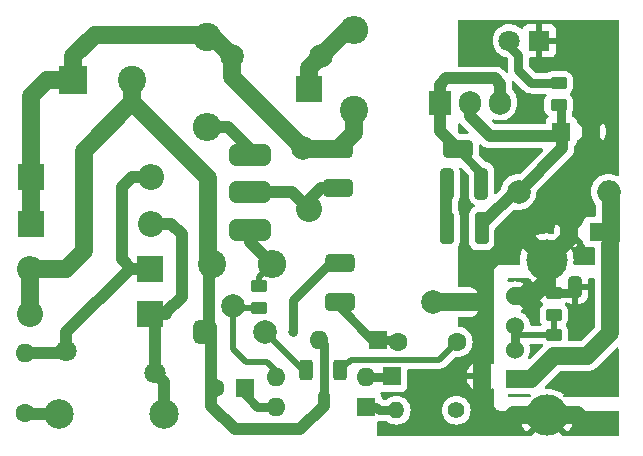
<source format=gbr>
G04 #@! TF.GenerationSoftware,KiCad,Pcbnew,(6.0.5)*
G04 #@! TF.CreationDate,2022-05-08T20:16:57+02:00*
G04 #@! TF.ProjectId,Zasilacz_5V_impulsowy,5a617369-6c61-4637-9a5f-35565f696d70,rev?*
G04 #@! TF.SameCoordinates,Original*
G04 #@! TF.FileFunction,Copper,L2,Bot*
G04 #@! TF.FilePolarity,Positive*
%FSLAX46Y46*%
G04 Gerber Fmt 4.6, Leading zero omitted, Abs format (unit mm)*
G04 Created by KiCad (PCBNEW (6.0.5)) date 2022-05-08 20:16:57*
%MOMM*%
%LPD*%
G01*
G04 APERTURE LIST*
G04 Aperture macros list*
%AMRoundRect*
0 Rectangle with rounded corners*
0 $1 Rounding radius*
0 $2 $3 $4 $5 $6 $7 $8 $9 X,Y pos of 4 corners*
0 Add a 4 corners polygon primitive as box body*
4,1,4,$2,$3,$4,$5,$6,$7,$8,$9,$2,$3,0*
0 Add four circle primitives for the rounded corners*
1,1,$1+$1,$2,$3*
1,1,$1+$1,$4,$5*
1,1,$1+$1,$6,$7*
1,1,$1+$1,$8,$9*
0 Add four rect primitives between the rounded corners*
20,1,$1+$1,$2,$3,$4,$5,0*
20,1,$1+$1,$4,$5,$6,$7,0*
20,1,$1+$1,$6,$7,$8,$9,0*
20,1,$1+$1,$8,$9,$2,$3,0*%
G04 Aperture macros list end*
G04 #@! TA.AperFunction,ComponentPad*
%ADD10C,2.000000*%
G04 #@! TD*
G04 #@! TA.AperFunction,ComponentPad*
%ADD11C,1.600000*%
G04 #@! TD*
G04 #@! TA.AperFunction,ComponentPad*
%ADD12O,1.600000X1.600000*%
G04 #@! TD*
G04 #@! TA.AperFunction,ComponentPad*
%ADD13R,1.600000X1.600000*%
G04 #@! TD*
G04 #@! TA.AperFunction,ComponentPad*
%ADD14R,2.400000X2.400000*%
G04 #@! TD*
G04 #@! TA.AperFunction,ComponentPad*
%ADD15C,2.400000*%
G04 #@! TD*
G04 #@! TA.AperFunction,ComponentPad*
%ADD16R,1.524000X1.524000*%
G04 #@! TD*
G04 #@! TA.AperFunction,ComponentPad*
%ADD17C,1.524000*%
G04 #@! TD*
G04 #@! TA.AperFunction,ComponentPad*
%ADD18C,3.500000*%
G04 #@! TD*
G04 #@! TA.AperFunction,ComponentPad*
%ADD19C,2.500000*%
G04 #@! TD*
G04 #@! TA.AperFunction,ComponentPad*
%ADD20R,2.200000X2.200000*%
G04 #@! TD*
G04 #@! TA.AperFunction,ComponentPad*
%ADD21O,2.200000X2.200000*%
G04 #@! TD*
G04 #@! TA.AperFunction,ComponentPad*
%ADD22RoundRect,0.381000X-0.869000X-0.381000X0.869000X-0.381000X0.869000X0.381000X-0.869000X0.381000X0*%
G04 #@! TD*
G04 #@! TA.AperFunction,ComponentPad*
%ADD23RoundRect,0.381000X-0.889000X-0.381000X0.889000X-0.381000X0.889000X0.381000X-0.889000X0.381000X0*%
G04 #@! TD*
G04 #@! TA.AperFunction,ComponentPad*
%ADD24R,1.905000X2.000000*%
G04 #@! TD*
G04 #@! TA.AperFunction,ComponentPad*
%ADD25O,1.905000X2.000000*%
G04 #@! TD*
G04 #@! TA.AperFunction,ComponentPad*
%ADD26C,1.800000*%
G04 #@! TD*
G04 #@! TA.AperFunction,ComponentPad*
%ADD27C,1.400000*%
G04 #@! TD*
G04 #@! TA.AperFunction,ComponentPad*
%ADD28O,1.400000X1.400000*%
G04 #@! TD*
G04 #@! TA.AperFunction,ComponentPad*
%ADD29R,1.800000X1.800000*%
G04 #@! TD*
G04 #@! TA.AperFunction,ComponentPad*
%ADD30O,2.400000X2.400000*%
G04 #@! TD*
G04 #@! TA.AperFunction,ComponentPad*
%ADD31RoundRect,0.450000X-1.300000X-0.450000X1.300000X-0.450000X1.300000X0.450000X-1.300000X0.450000X0*%
G04 #@! TD*
G04 #@! TA.AperFunction,ComponentPad*
%ADD32RoundRect,0.500000X-0.500000X-0.500000X0.500000X-0.500000X0.500000X0.500000X-0.500000X0.500000X0*%
G04 #@! TD*
G04 #@! TA.AperFunction,ComponentPad*
%ADD33O,2.000000X2.000000*%
G04 #@! TD*
G04 #@! TA.AperFunction,SMDPad,CuDef*
%ADD34RoundRect,0.250000X0.450000X-0.262500X0.450000X0.262500X-0.450000X0.262500X-0.450000X-0.262500X0*%
G04 #@! TD*
G04 #@! TA.AperFunction,SMDPad,CuDef*
%ADD35RoundRect,0.250000X-0.312500X-0.625000X0.312500X-0.625000X0.312500X0.625000X-0.312500X0.625000X0*%
G04 #@! TD*
G04 #@! TA.AperFunction,SMDPad,CuDef*
%ADD36RoundRect,0.250000X-0.450000X0.262500X-0.450000X-0.262500X0.450000X-0.262500X0.450000X0.262500X0*%
G04 #@! TD*
G04 #@! TA.AperFunction,SMDPad,CuDef*
%ADD37RoundRect,0.250000X0.312500X1.075000X-0.312500X1.075000X-0.312500X-1.075000X0.312500X-1.075000X0*%
G04 #@! TD*
G04 #@! TA.AperFunction,SMDPad,CuDef*
%ADD38RoundRect,0.250000X0.325000X1.100000X-0.325000X1.100000X-0.325000X-1.100000X0.325000X-1.100000X0*%
G04 #@! TD*
G04 #@! TA.AperFunction,SMDPad,CuDef*
%ADD39RoundRect,0.250000X-0.325000X-0.650000X0.325000X-0.650000X0.325000X0.650000X-0.325000X0.650000X0*%
G04 #@! TD*
G04 #@! TA.AperFunction,ViaPad*
%ADD40C,0.800000*%
G04 #@! TD*
G04 #@! TA.AperFunction,Conductor*
%ADD41C,0.500000*%
G04 #@! TD*
G04 #@! TA.AperFunction,Conductor*
%ADD42C,0.750000*%
G04 #@! TD*
G04 #@! TA.AperFunction,Conductor*
%ADD43C,1.500000*%
G04 #@! TD*
G04 #@! TA.AperFunction,Conductor*
%ADD44C,1.000000*%
G04 #@! TD*
G04 APERTURE END LIST*
D10*
G04 #@! TO.P,C3,1*
G04 #@! TO.N,Net-(C1-Pad2)*
X100750000Y-98600000D03*
G04 #@! TO.P,C3,2*
G04 #@! TO.N,Net-(C3-Pad2)*
X108250000Y-98600000D03*
G04 #@! TD*
G04 #@! TO.P,C1,1*
G04 #@! TO.N,GNDREF*
X117737718Y-119402634D03*
G04 #@! TO.P,C1,2*
G04 #@! TO.N,Net-(C1-Pad2)*
X106772027Y-106412018D03*
G04 #@! TD*
D11*
G04 #@! TO.P,F1,1*
G04 #@! TO.N,Net-(F1-Pad1)*
X83200000Y-128840000D03*
D12*
G04 #@! TO.P,F1,2*
G04 #@! TO.N,Net-(D3-Pad1)*
X83200000Y-123760000D03*
G04 #@! TD*
D13*
G04 #@! TO.P,C6,1*
G04 #@! TO.N,Net-(C6-Pad1)*
X131800000Y-113500000D03*
D11*
G04 #@! TO.P,C6,2*
G04 #@! TO.N,GNDREF*
X129300000Y-113500000D03*
G04 #@! TD*
D14*
G04 #@! TO.P,C4,1*
G04 #@! TO.N,Net-(C1-Pad2)*
X87284785Y-100600000D03*
D15*
G04 #@! TO.P,C4,2*
G04 #@! TO.N,GNDA*
X92284785Y-100600000D03*
G04 #@! TD*
D16*
G04 #@! TO.P,J2,1,VBUS*
G04 #@! TO.N,Net-(C6-Pad1)*
X124700000Y-125950000D03*
D17*
G04 #@! TO.P,J2,2,D-*
G04 #@! TO.N,Net-(J2-Pad2)*
X124700000Y-123450000D03*
G04 #@! TO.P,J2,3,D+*
G04 #@! TO.N,unconnected-(J2-Pad3)*
X124700000Y-121450000D03*
G04 #@! TO.P,J2,4,GND*
G04 #@! TO.N,GNDREF*
X124700000Y-118950000D03*
D18*
G04 #@! TO.P,J2,5,Shield*
X127410000Y-129020000D03*
X127410000Y-115880000D03*
G04 #@! TD*
D13*
G04 #@! TO.P,C9,1*
G04 #@! TO.N,Net-(C9-Pad1)*
X101805113Y-126700000D03*
D11*
G04 #@! TO.P,C9,2*
G04 #@! TO.N,GNDA*
X99305113Y-126700000D03*
G04 #@! TD*
D19*
G04 #@! TO.P,J3,1,Pin_1*
G04 #@! TO.N,Net-(F1-Pad1)*
X86100000Y-128900000D03*
G04 #@! TD*
D20*
G04 #@! TO.P,D3,1,K*
G04 #@! TO.N,Net-(D3-Pad1)*
X93780000Y-116600000D03*
D21*
G04 #@! TO.P,D3,2,A*
G04 #@! TO.N,GNDA*
X83620000Y-116600000D03*
G04 #@! TD*
D11*
G04 #@! TO.P,C8,1*
G04 #@! TO.N,Net-(C8-Pad1)*
X114800000Y-122800000D03*
G04 #@! TO.P,C8,2*
G04 #@! TO.N,Net-(C8-Pad2)*
X119800000Y-122800000D03*
G04 #@! TD*
D22*
G04 #@! TO.P,T1,1,SA*
G04 #@! TO.N,Net-(C1-Pad2)*
X109750000Y-106450000D03*
D23*
G04 #@! TO.P,T1,2,SB*
G04 #@! TO.N,Net-(D5-Pad2)*
X109750000Y-109750000D03*
G04 #@! TO.P,T1,3,SC*
G04 #@! TO.N,Net-(C8-Pad1)*
X109850000Y-119450000D03*
D22*
G04 #@! TO.P,T1,4,SD*
G04 #@! TO.N,Net-(C9-Pad1)*
X109850000Y-116150000D03*
D23*
G04 #@! TO.P,T1,5,AA*
G04 #@! TO.N,Net-(D4-Pad1)*
X119850000Y-106450000D03*
G04 #@! TO.P,T1,6,AB*
G04 #@! TO.N,GNDREF*
X119850000Y-119450000D03*
G04 #@! TD*
D24*
G04 #@! TO.P,D4,1,K*
G04 #@! TO.N,Net-(D4-Pad1)*
X118360000Y-102545000D03*
D25*
G04 #@! TO.P,D4,2,A*
G04 #@! TO.N,Net-(C2-Pad1)*
X120900000Y-102545000D03*
G04 #@! TO.P,D4,3,K*
G04 #@! TO.N,Net-(D4-Pad1)*
X123440000Y-102545000D03*
G04 #@! TD*
D26*
G04 #@! TO.P,RV1,1*
G04 #@! TO.N,Net-(D3-Pad1)*
X86700000Y-123600000D03*
G04 #@! TO.P,RV1,2*
G04 #@! TO.N,Net-(D1-Pad1)*
X94200000Y-125400000D03*
G04 #@! TD*
D27*
G04 #@! TO.P,R8,1*
G04 #@! TO.N,Net-(C2-Pad1)*
X119740000Y-128600000D03*
D28*
G04 #@! TO.P,R8,2*
G04 #@! TO.N,Net-(R8-Pad2)*
X114660000Y-128600000D03*
G04 #@! TD*
D20*
G04 #@! TO.P,D5,1,K*
G04 #@! TO.N,Net-(C3-Pad2)*
X107250000Y-101370000D03*
D21*
G04 #@! TO.P,D5,2,A*
G04 #@! TO.N,Net-(D5-Pad2)*
X107250000Y-111530000D03*
G04 #@! TD*
D13*
G04 #@! TO.P,D8,1,K*
G04 #@! TO.N,Net-(D8-Pad1)*
X114290000Y-125700000D03*
D12*
G04 #@! TO.P,D8,2,A*
G04 #@! TO.N,GNDREF*
X121910000Y-125700000D03*
G04 #@! TD*
D13*
G04 #@! TO.P,D9,1,K*
G04 #@! TO.N,Net-(C8-Pad1)*
X113125686Y-122600000D03*
D12*
G04 #@! TO.P,D9,2,A*
G04 #@! TO.N,GNDA*
X108125686Y-122600000D03*
G04 #@! TD*
D29*
G04 #@! TO.P,D7,1,K*
G04 #@! TO.N,GNDREF*
X126775000Y-97300000D03*
D26*
G04 #@! TO.P,D7,2,A*
G04 #@! TO.N,Net-(D7-Pad2)*
X124235000Y-97300000D03*
G04 #@! TD*
D20*
G04 #@! TO.P,D2,1,K*
G04 #@! TO.N,Net-(C1-Pad2)*
X83720000Y-112800000D03*
D21*
G04 #@! TO.P,D2,2,A*
G04 #@! TO.N,Net-(D1-Pad1)*
X93880000Y-112800000D03*
G04 #@! TD*
D15*
G04 #@! TO.P,R10,1*
G04 #@! TO.N,GNDA*
X99060000Y-116200000D03*
D30*
G04 #@! TO.P,R10,2*
G04 #@! TO.N,Net-(Q1-Pad3)*
X104140000Y-116200000D03*
G04 #@! TD*
D31*
G04 #@! TO.P,Q1,1,B*
G04 #@! TO.N,Net-(Q1-Pad1)*
X102300000Y-107000000D03*
G04 #@! TO.P,Q1,2,C*
G04 #@! TO.N,Net-(D5-Pad2)*
X102300000Y-110140000D03*
G04 #@! TO.P,Q1,3,E*
G04 #@! TO.N,Net-(Q1-Pad3)*
X102300000Y-113300000D03*
G04 #@! TD*
D15*
G04 #@! TO.P,R4,1*
G04 #@! TO.N,Net-(C1-Pad2)*
X111100000Y-103200000D03*
D30*
G04 #@! TO.P,R4,2*
G04 #@! TO.N,Net-(C3-Pad2)*
X111100000Y-96400000D03*
G04 #@! TD*
D20*
G04 #@! TO.P,D6,1,K*
G04 #@! TO.N,Net-(C1-Pad2)*
X83720000Y-108800000D03*
D21*
G04 #@! TO.P,D6,2,A*
G04 #@! TO.N,Net-(D3-Pad1)*
X93880000Y-108800000D03*
G04 #@! TD*
D19*
G04 #@! TO.P,J1,1,Pin_1*
G04 #@! TO.N,Net-(D1-Pad1)*
X95000000Y-128900000D03*
G04 #@! TD*
D32*
G04 #@! TO.P,Q2,1,E*
G04 #@! TO.N,GNDA*
X98420000Y-121970000D03*
D10*
G04 #@! TO.P,Q2,2,B*
G04 #@! TO.N,Net-(Q2-Pad2)*
X100820000Y-119770000D03*
G04 #@! TO.P,Q2,3,C*
G04 #@! TO.N,Net-(Q1-Pad1)*
X103520000Y-121970000D03*
G04 #@! TD*
D15*
G04 #@! TO.P,R2,1*
G04 #@! TO.N,Net-(C1-Pad2)*
X98640000Y-96990000D03*
D30*
G04 #@! TO.P,R2,2*
G04 #@! TO.N,Net-(Q1-Pad1)*
X98640000Y-104610000D03*
G04 #@! TD*
D20*
G04 #@! TO.P,D1,1,K*
G04 #@! TO.N,Net-(D1-Pad1)*
X93780000Y-120400000D03*
D21*
G04 #@! TO.P,D1,2,A*
G04 #@! TO.N,GNDA*
X83620000Y-120400000D03*
G04 #@! TD*
D13*
G04 #@! TO.P,U1,1*
G04 #@! TO.N,Net-(R8-Pad2)*
X112100000Y-128275000D03*
D12*
G04 #@! TO.P,U1,2*
G04 #@! TO.N,Net-(D8-Pad1)*
X112100000Y-125735000D03*
G04 #@! TO.P,U1,3*
G04 #@! TO.N,Net-(Q2-Pad2)*
X104480000Y-125735000D03*
G04 #@! TO.P,U1,4*
G04 #@! TO.N,Net-(C9-Pad1)*
X104480000Y-128275000D03*
G04 #@! TD*
D10*
G04 #@! TO.P,L1,1,1*
G04 #@! TO.N,Net-(C2-Pad1)*
X125010000Y-110100000D03*
D33*
G04 #@! TO.P,L1,2,2*
G04 #@! TO.N,Net-(C6-Pad1)*
X132630000Y-110100000D03*
G04 #@! TD*
D13*
G04 #@! TO.P,C5,1*
G04 #@! TO.N,Net-(C2-Pad1)*
X128617621Y-105000000D03*
D11*
G04 #@! TO.P,C5,2*
G04 #@! TO.N,GNDREF*
X131117621Y-105000000D03*
G04 #@! TD*
D34*
G04 #@! TO.P,R6,1*
G04 #@! TO.N,Net-(C2-Pad1)*
X128400000Y-102712500D03*
G04 #@! TO.P,R6,2*
G04 #@! TO.N,Net-(D7-Pad2)*
X128400000Y-100887500D03*
G04 #@! TD*
D35*
G04 #@! TO.P,R7,1*
G04 #@! TO.N,Net-(Q1-Pad1)*
X106987500Y-125200000D03*
G04 #@! TO.P,R7,2*
G04 #@! TO.N,Net-(C8-Pad2)*
X109912500Y-125200000D03*
G04 #@! TD*
D36*
G04 #@! TO.P,R3,1*
G04 #@! TO.N,Net-(J2-Pad2)*
X128000000Y-122187500D03*
G04 #@! TO.P,R3,2*
G04 #@! TO.N,Net-(C6-Pad1)*
X128000000Y-124012500D03*
G04 #@! TD*
D37*
G04 #@! TO.P,R1,1*
G04 #@! TO.N,Net-(D4-Pad1)*
X121862500Y-109400000D03*
G04 #@! TO.P,R1,2*
G04 #@! TO.N,Net-(C2-Pad2)*
X118937500Y-109400000D03*
G04 #@! TD*
D38*
G04 #@! TO.P,C2,1*
G04 #@! TO.N,Net-(C2-Pad1)*
X121875000Y-113200000D03*
G04 #@! TO.P,C2,2*
G04 #@! TO.N,Net-(C2-Pad2)*
X118925000Y-113200000D03*
G04 #@! TD*
D36*
G04 #@! TO.P,R5,1*
G04 #@! TO.N,GNDREF*
X128000000Y-118687500D03*
G04 #@! TO.P,R5,2*
G04 #@! TO.N,Net-(J2-Pad2)*
X128000000Y-120512500D03*
G04 #@! TD*
D34*
G04 #@! TO.P,R9,1*
G04 #@! TO.N,Net-(Q2-Pad2)*
X103000000Y-119912500D03*
G04 #@! TO.P,R9,2*
G04 #@! TO.N,Net-(Q1-Pad3)*
X103000000Y-118087500D03*
G04 #@! TD*
D39*
G04 #@! TO.P,C7,1*
G04 #@! TO.N,GNDREF*
X129825000Y-118150000D03*
G04 #@! TO.P,C7,2*
G04 #@! TO.N,Net-(C6-Pad1)*
X132775000Y-118150000D03*
G04 #@! TD*
D40*
G04 #@! TO.N,Net-(C9-Pad1)*
X105950000Y-122000000D03*
G04 #@! TD*
D41*
G04 #@! TO.N,Net-(C8-Pad2)*
X110812500Y-124300000D02*
X109912500Y-125200000D01*
X118300000Y-124300000D02*
X110812500Y-124300000D01*
X119800000Y-122800000D02*
X118300000Y-124300000D01*
D42*
G04 #@! TO.N,Net-(C8-Pad1)*
X114600000Y-122600000D02*
X114800000Y-122800000D01*
X113125686Y-122600000D02*
X114600000Y-122600000D01*
D43*
G04 #@! TO.N,Net-(C1-Pad2)*
X111100000Y-103200000D02*
X111100000Y-105100000D01*
X111100000Y-105100000D02*
X109750000Y-106450000D01*
G04 #@! TO.N,Net-(C3-Pad2)*
X107250000Y-99600000D02*
X108250000Y-98600000D01*
X107250000Y-101370000D02*
X107250000Y-99600000D01*
X110450000Y-96400000D02*
X108250000Y-98600000D01*
X111100000Y-96400000D02*
X110450000Y-96400000D01*
G04 #@! TO.N,GNDREF*
X131117621Y-103717621D02*
X131100000Y-103700000D01*
X131117621Y-105000000D02*
X131117621Y-103717621D01*
X131117621Y-106082379D02*
X131100000Y-106100000D01*
X131117621Y-105000000D02*
X131117621Y-106082379D01*
X129300000Y-113500000D02*
X129300000Y-112000000D01*
X129300000Y-113990000D02*
X127410000Y-115880000D01*
X129300000Y-113500000D02*
X129300000Y-113990000D01*
X125230000Y-113700000D02*
X125200000Y-113700000D01*
X127410000Y-115880000D02*
X125230000Y-113700000D01*
X127410000Y-115880000D02*
X127410000Y-116039980D01*
X129920000Y-129020000D02*
X130200000Y-129300000D01*
X127410000Y-129020000D02*
X129920000Y-129020000D01*
X124580000Y-129020000D02*
X124300000Y-129300000D01*
X127410000Y-129020000D02*
X124580000Y-129020000D01*
X121900000Y-127000000D02*
X121910000Y-126990000D01*
X121910000Y-125700000D02*
X121910000Y-126990000D01*
X121910000Y-124110000D02*
X121910000Y-125700000D01*
X121910000Y-124110000D02*
X121900000Y-124100000D01*
D44*
G04 #@! TO.N,Net-(C3-Pad2)*
X108250000Y-98750000D02*
X108250000Y-98600000D01*
D43*
G04 #@! TO.N,Net-(C1-Pad2)*
X99140000Y-96990000D02*
X98640000Y-96990000D01*
X100750000Y-98600000D02*
X99140000Y-96990000D01*
X100750000Y-100389991D02*
X100750000Y-98600000D01*
X106772027Y-106412018D02*
X100750000Y-100389991D01*
X106810009Y-106450000D02*
X106772027Y-106412018D01*
X109750000Y-106450000D02*
X106810009Y-106450000D01*
G04 #@! TO.N,GNDREF*
X122000000Y-119400000D02*
X121997366Y-119402634D01*
X117737718Y-119402634D02*
X121997366Y-119402634D01*
D42*
G04 #@! TO.N,Net-(C8-Pad1)*
X109850000Y-119850000D02*
X109850000Y-119450000D01*
X112600000Y-122600000D02*
X109850000Y-119850000D01*
X113125686Y-122600000D02*
X112600000Y-122600000D01*
D41*
G04 #@! TO.N,GNDREF*
X127410000Y-118097500D02*
X127410000Y-117160020D01*
D43*
X127410000Y-118097500D02*
X127410000Y-115880000D01*
D42*
X129287500Y-118687500D02*
X129825000Y-118150000D01*
D43*
X126120020Y-118950000D02*
X127410000Y-117660020D01*
X124700000Y-118950000D02*
X126120020Y-118950000D01*
D42*
X128000000Y-118687500D02*
X129287500Y-118687500D01*
D41*
X128000000Y-118687500D02*
X127410000Y-118097500D01*
D44*
X119800000Y-119500000D02*
X119850000Y-119450000D01*
D41*
X119900000Y-119400000D02*
X119850000Y-119450000D01*
D44*
G04 #@! TO.N,Net-(C2-Pad1)*
X122200000Y-112600000D02*
X124700000Y-110100000D01*
X128700000Y-106400000D02*
X128700000Y-105082379D01*
X124700000Y-110100000D02*
X125010000Y-110100000D01*
X120900000Y-103700000D02*
X122600000Y-105400000D01*
D42*
X128617621Y-105000000D02*
X128617621Y-102930121D01*
X128600000Y-102912500D02*
X128700000Y-102912500D01*
D44*
X128217621Y-105400000D02*
X128617621Y-105000000D01*
X120900000Y-102545000D02*
X120900000Y-103700000D01*
X122600000Y-105400000D02*
X128217621Y-105400000D01*
D42*
X128617621Y-102930121D02*
X128600000Y-102912500D01*
D44*
X125010000Y-110090000D02*
X128700000Y-106400000D01*
X125010000Y-110100000D02*
X125010000Y-110090000D01*
X128700000Y-105082379D02*
X128617621Y-105000000D01*
G04 #@! TO.N,Net-(C2-Pad2)*
X118900000Y-112425000D02*
X118900000Y-110362500D01*
G04 #@! TO.N,GNDA*
X99000000Y-126394887D02*
X99000000Y-122550000D01*
X99000000Y-128200000D02*
X101000000Y-130200000D01*
D41*
X99000000Y-126300000D02*
X99305113Y-126605113D01*
D44*
X98800000Y-121590000D02*
X98800000Y-116460000D01*
X101000000Y-130200000D02*
X106500000Y-130200000D01*
D43*
X86700000Y-116600000D02*
X83620000Y-116600000D01*
X88200000Y-115100000D02*
X86700000Y-116600000D01*
D42*
X98400000Y-108640000D02*
X98700000Y-108940000D01*
D44*
X98420000Y-121970000D02*
X98800000Y-121590000D01*
D43*
X88200000Y-106600000D02*
X88200000Y-115100000D01*
X92284785Y-102515215D02*
X88200000Y-106600000D01*
X98700000Y-116300000D02*
X98700000Y-108900000D01*
D44*
X106500000Y-130200000D02*
X108500000Y-128200000D01*
D41*
X99305113Y-126700000D02*
X99300000Y-126694887D01*
D43*
X98700000Y-108900000D02*
X92284785Y-102484785D01*
D44*
X98800000Y-116460000D02*
X99060000Y-116200000D01*
D43*
X83620000Y-120400000D02*
X83620000Y-116600000D01*
D42*
X108500000Y-122974314D02*
X108500000Y-127400000D01*
D44*
X99000000Y-122550000D02*
X98420000Y-121970000D01*
X99300000Y-126694887D02*
X99000000Y-126394887D01*
D42*
X108125686Y-122600000D02*
X108500000Y-122974314D01*
D41*
X99305113Y-126605113D02*
X99305113Y-126700000D01*
D44*
X108500000Y-128200000D02*
X108500000Y-127400000D01*
X99000000Y-126300000D02*
X99000000Y-128200000D01*
D43*
X92284785Y-100600000D02*
X92284785Y-102684785D01*
G04 #@! TO.N,Net-(C6-Pad1)*
X132800000Y-110270000D02*
X132800000Y-114200000D01*
X132775000Y-118150000D02*
X132775000Y-114475000D01*
X128000000Y-124012500D02*
X130787500Y-124012500D01*
X126062500Y-125950000D02*
X128000000Y-124012500D01*
X132650000Y-110120000D02*
X132800000Y-110270000D01*
D44*
X132630000Y-110100000D02*
X132650000Y-110120000D01*
D43*
X132775000Y-122025000D02*
X132775000Y-118150000D01*
X124700000Y-125950000D02*
X126062500Y-125950000D01*
X130787500Y-124012500D02*
X132775000Y-122025000D01*
D44*
G04 #@! TO.N,Net-(D3-Pad1)*
X91400000Y-109700000D02*
X91400000Y-115800000D01*
X93880000Y-108800000D02*
X92300000Y-108800000D01*
X92200000Y-116600000D02*
X93780000Y-116600000D01*
X92300000Y-108800000D02*
X91400000Y-109700000D01*
X86540000Y-123760000D02*
X86700000Y-123600000D01*
X86700000Y-123600000D02*
X86700000Y-122000000D01*
X92100000Y-116600000D02*
X93780000Y-116600000D01*
X86700000Y-122000000D02*
X92100000Y-116600000D01*
X83200000Y-123760000D02*
X86540000Y-123760000D01*
X91400000Y-115800000D02*
X92200000Y-116600000D01*
G04 #@! TO.N,Net-(D5-Pad2)*
X107250000Y-111530000D02*
X107250000Y-110750000D01*
X102300000Y-110140000D02*
X105860000Y-110140000D01*
X107250000Y-110750000D02*
X108250000Y-109750000D01*
X108250000Y-109750000D02*
X109750000Y-109750000D01*
X105860000Y-110140000D02*
X107250000Y-111530000D01*
X109750000Y-109750000D02*
X109750000Y-109980000D01*
D42*
G04 #@! TO.N,Net-(D7-Pad2)*
X125000000Y-99800000D02*
X126087500Y-100887500D01*
X124235000Y-97709022D02*
X125000000Y-98474022D01*
X125000000Y-98474022D02*
X125000000Y-99800000D01*
X124235000Y-97300000D02*
X124235000Y-97709022D01*
X126087500Y-100887500D02*
X128400000Y-100887500D01*
D41*
G04 #@! TO.N,Net-(D8-Pad1)*
X112100000Y-125735000D02*
X112035000Y-125800000D01*
X112035000Y-125800000D02*
X112000000Y-125800000D01*
D42*
X112000000Y-125800000D02*
X114190000Y-125800000D01*
D41*
G04 #@! TO.N,Net-(Q1-Pad1)*
X106987500Y-125200000D02*
X106750000Y-125200000D01*
D44*
X98640000Y-104610000D02*
X100410000Y-104610000D01*
X102300000Y-106500000D02*
X102300000Y-107000000D01*
X100410000Y-104610000D02*
X102300000Y-106500000D01*
D41*
X106750000Y-125200000D02*
X103520000Y-121970000D01*
G04 #@! TO.N,Net-(Q1-Pad3)*
X103000000Y-117340000D02*
X104140000Y-116200000D01*
D44*
X104140000Y-116200000D02*
X102300000Y-114360000D01*
X102300000Y-114360000D02*
X102300000Y-113300000D01*
D41*
X103000000Y-118087500D02*
X103000000Y-117340000D01*
G04 #@! TO.N,Net-(Q2-Pad2)*
X100800000Y-123400000D02*
X100800000Y-119790000D01*
X104480000Y-125280000D02*
X103700000Y-124500000D01*
X100962500Y-119912500D02*
X103000000Y-119912500D01*
X100820000Y-119770000D02*
X100962500Y-119912500D01*
X104480000Y-125735000D02*
X104480000Y-125280000D01*
X100800000Y-119790000D02*
X100820000Y-119770000D01*
X103700000Y-124500000D02*
X101900000Y-124500000D01*
X101900000Y-124500000D02*
X100800000Y-123400000D01*
D42*
G04 #@! TO.N,Net-(C9-Pad1)*
X101805113Y-127205113D02*
X102875000Y-128275000D01*
X105950000Y-119250000D02*
X109050000Y-116150000D01*
X109050000Y-116150000D02*
X109850000Y-116150000D01*
X101805113Y-126700000D02*
X101805113Y-127205113D01*
X102875000Y-128275000D02*
X104480000Y-128275000D01*
X105950000Y-122000000D02*
X105950000Y-119250000D01*
D44*
G04 #@! TO.N,Net-(D1-Pad1)*
X95200000Y-120400000D02*
X93780000Y-120400000D01*
X95600000Y-112800000D02*
X96500000Y-113700000D01*
X95200000Y-120300000D02*
X95200000Y-120400000D01*
X95000000Y-126200000D02*
X94200000Y-125400000D01*
X94200000Y-120820000D02*
X93780000Y-120400000D01*
X95000000Y-128900000D02*
X95000000Y-126200000D01*
X93880000Y-112800000D02*
X95600000Y-112800000D01*
X94200000Y-125400000D02*
X94200000Y-120820000D01*
X96500000Y-119000000D02*
X95200000Y-120300000D01*
X96500000Y-113700000D02*
X96500000Y-119000000D01*
G04 #@! TO.N,Net-(F1-Pad1)*
X86100000Y-128900000D02*
X83260000Y-128900000D01*
X83260000Y-128900000D02*
X83200000Y-128840000D01*
D41*
G04 #@! TO.N,Net-(J2-Pad2)*
X124712500Y-122187500D02*
X128000000Y-122187500D01*
X128000000Y-120512500D02*
X128000000Y-122187500D01*
X125050000Y-121100000D02*
X124700000Y-121450000D01*
D42*
X124700000Y-123450000D02*
X124700000Y-121450000D01*
D41*
X124700000Y-122200000D02*
X124712500Y-122187500D01*
D42*
G04 #@! TO.N,Net-(R8-Pad2)*
X114660000Y-128600000D02*
X113225000Y-128600000D01*
X113225000Y-128600000D02*
X112900000Y-128275000D01*
D44*
G04 #@! TO.N,Net-(D4-Pad1)*
X123000000Y-100500000D02*
X123440000Y-100940000D01*
D42*
X121862500Y-109400000D02*
X121862500Y-108462500D01*
X121862500Y-108462500D02*
X119850000Y-106450000D01*
D44*
X118360000Y-102545000D02*
X118360000Y-101040000D01*
X118360000Y-102545000D02*
X118360000Y-104960000D01*
X118360000Y-104960000D02*
X119850000Y-106450000D01*
X123440000Y-100940000D02*
X123440000Y-102545000D01*
X118360000Y-101040000D02*
X118900000Y-100500000D01*
X118900000Y-100500000D02*
X123000000Y-100500000D01*
D43*
G04 #@! TO.N,Net-(C1-Pad2)*
X98500000Y-96790000D02*
X98500000Y-96800000D01*
X83720000Y-101980000D02*
X83720000Y-108800000D01*
X87284785Y-100600000D02*
X87284785Y-98615215D01*
X87284785Y-98615215D02*
X89110000Y-96790000D01*
X89110000Y-96790000D02*
X98500000Y-96790000D01*
X83720000Y-112800000D02*
X83720000Y-108800000D01*
X87284785Y-100600000D02*
X85100000Y-100600000D01*
X85100000Y-100600000D02*
X83720000Y-101980000D01*
G04 #@! TD*
G04 #@! TA.AperFunction,Conductor*
G04 #@! TO.N,GNDREF*
G36*
X133433621Y-95528502D02*
G01*
X133480114Y-95582158D01*
X133491500Y-95634500D01*
X133491500Y-108635514D01*
X133471498Y-108703635D01*
X133417842Y-108750128D01*
X133347568Y-108760232D01*
X133317421Y-108750655D01*
X133316963Y-108751760D01*
X133102167Y-108662789D01*
X133102165Y-108662788D01*
X133097594Y-108660895D01*
X133014546Y-108640957D01*
X132871524Y-108606620D01*
X132871518Y-108606619D01*
X132866711Y-108605465D01*
X132630000Y-108586835D01*
X132393289Y-108605465D01*
X132388482Y-108606619D01*
X132388476Y-108606620D01*
X132245454Y-108640957D01*
X132162406Y-108660895D01*
X132157835Y-108662788D01*
X132157833Y-108662789D01*
X131947611Y-108749865D01*
X131947607Y-108749867D01*
X131943037Y-108751760D01*
X131938817Y-108754346D01*
X131744798Y-108873241D01*
X131744792Y-108873245D01*
X131740584Y-108875824D01*
X131560031Y-109030031D01*
X131405824Y-109210584D01*
X131403245Y-109214792D01*
X131403241Y-109214798D01*
X131284346Y-109408817D01*
X131281760Y-109413037D01*
X131190895Y-109632406D01*
X131135465Y-109863289D01*
X131116835Y-110100000D01*
X131135465Y-110336711D01*
X131190895Y-110567594D01*
X131192788Y-110572165D01*
X131192789Y-110572167D01*
X131219391Y-110636389D01*
X131281760Y-110786963D01*
X131284346Y-110791183D01*
X131403241Y-110985202D01*
X131403245Y-110985208D01*
X131405824Y-110989416D01*
X131473910Y-111069134D01*
X131511311Y-111112925D01*
X131540342Y-111177715D01*
X131541500Y-111194756D01*
X131541500Y-112065500D01*
X131521498Y-112133621D01*
X131467842Y-112180114D01*
X131415500Y-112191500D01*
X130951866Y-112191500D01*
X130889684Y-112198255D01*
X130753295Y-112249385D01*
X130636739Y-112336739D01*
X130549385Y-112453295D01*
X130498255Y-112589684D01*
X130491500Y-112651866D01*
X130491500Y-112655185D01*
X130467847Y-112722110D01*
X130421844Y-112757804D01*
X130422859Y-112759734D01*
X130412000Y-112765442D01*
X130411755Y-112765632D01*
X130411597Y-112765653D01*
X130373566Y-112785644D01*
X129672022Y-113487188D01*
X129664408Y-113501132D01*
X129664539Y-113502965D01*
X129668790Y-113509580D01*
X130374287Y-114215077D01*
X130416029Y-114237871D01*
X130426029Y-114240047D01*
X130476227Y-114290253D01*
X130491451Y-114343814D01*
X130491500Y-114344719D01*
X130491500Y-114348134D01*
X130491869Y-114351530D01*
X130491869Y-114351532D01*
X130492099Y-114353650D01*
X130498255Y-114410316D01*
X130549385Y-114546705D01*
X130636739Y-114663261D01*
X130753295Y-114750615D01*
X130889684Y-114801745D01*
X130951866Y-114808500D01*
X131390500Y-114808500D01*
X131458621Y-114828502D01*
X131505114Y-114882158D01*
X131516500Y-114934500D01*
X131516500Y-116155500D01*
X131496498Y-116223621D01*
X131442842Y-116270114D01*
X131390500Y-116281500D01*
X129781058Y-116281500D01*
X129712937Y-116261498D01*
X129666444Y-116207842D01*
X129655328Y-116147259D01*
X129672575Y-115884119D01*
X129672575Y-115875881D01*
X129653756Y-115588751D01*
X129652683Y-115580600D01*
X129596546Y-115298383D01*
X129594412Y-115290420D01*
X129501922Y-115017953D01*
X129498772Y-115010349D01*
X129475436Y-114963027D01*
X129463246Y-114893085D01*
X129490806Y-114827655D01*
X129555831Y-114785592D01*
X129743761Y-114735236D01*
X129754053Y-114731490D01*
X129951511Y-114639414D01*
X129961006Y-114633931D01*
X130013048Y-114597491D01*
X130021424Y-114587012D01*
X130014356Y-114573566D01*
X128225713Y-112784923D01*
X128213938Y-112778493D01*
X128201923Y-112787789D01*
X128166069Y-112838994D01*
X128160586Y-112848489D01*
X128068510Y-113045947D01*
X128064764Y-113056239D01*
X128008375Y-113266688D01*
X128006472Y-113277481D01*
X127987483Y-113494525D01*
X127987483Y-113505484D01*
X127989507Y-113528615D01*
X127975519Y-113598220D01*
X127926121Y-113649213D01*
X127856995Y-113665404D01*
X127839406Y-113663177D01*
X127709403Y-113637318D01*
X127701249Y-113636244D01*
X127414119Y-113617425D01*
X127405881Y-113617425D01*
X127118751Y-113636244D01*
X127110600Y-113637317D01*
X126828383Y-113693454D01*
X126820420Y-113695588D01*
X126547953Y-113788078D01*
X126540349Y-113791228D01*
X126282282Y-113918492D01*
X126275145Y-113922613D01*
X126035901Y-114082470D01*
X126029361Y-114087488D01*
X126014926Y-114100147D01*
X126006528Y-114113386D01*
X126012362Y-114123151D01*
X127680115Y-115790905D01*
X127714141Y-115853217D01*
X127709076Y-115924033D01*
X127680115Y-115969095D01*
X127404615Y-116244595D01*
X127342303Y-116278621D01*
X127315520Y-116281500D01*
X126953480Y-116281500D01*
X126885359Y-116261498D01*
X126838866Y-116207842D01*
X126828762Y-116137568D01*
X126858256Y-116072988D01*
X126864385Y-116066405D01*
X127037978Y-115892812D01*
X127045592Y-115878868D01*
X127045461Y-115877035D01*
X127041210Y-115870420D01*
X125654905Y-114484116D01*
X125641144Y-114476601D01*
X125631784Y-114483059D01*
X125617488Y-114499361D01*
X125612470Y-114505901D01*
X125452613Y-114745145D01*
X125448492Y-114752282D01*
X125321228Y-115010349D01*
X125318078Y-115017953D01*
X125225588Y-115290420D01*
X125223454Y-115298383D01*
X125167317Y-115580600D01*
X125166244Y-115588751D01*
X125147425Y-115875881D01*
X125147425Y-115884119D01*
X125164672Y-116147259D01*
X125149168Y-116216542D01*
X125098668Y-116266445D01*
X125038942Y-116281500D01*
X123545523Y-116281500D01*
X123529077Y-116280422D01*
X123508188Y-116277672D01*
X123500000Y-116276594D01*
X123462735Y-116281500D01*
X123351592Y-116296132D01*
X123213297Y-116353416D01*
X123094541Y-116444541D01*
X123003416Y-116563297D01*
X122946132Y-116701592D01*
X122926594Y-116850000D01*
X122927672Y-116858188D01*
X122930422Y-116879077D01*
X122931500Y-116895523D01*
X122931500Y-124576445D01*
X122911498Y-124644566D01*
X122857842Y-124691059D01*
X122787568Y-124701163D01*
X122733229Y-124679658D01*
X122571007Y-124566069D01*
X122561511Y-124560586D01*
X122364053Y-124468510D01*
X122353761Y-124464764D01*
X122181497Y-124418606D01*
X122167401Y-124418942D01*
X122164000Y-124426884D01*
X122164000Y-126967967D01*
X122167973Y-126981498D01*
X122176522Y-126982727D01*
X122353761Y-126935236D01*
X122364053Y-126931490D01*
X122561511Y-126839414D01*
X122571007Y-126833931D01*
X122733229Y-126720342D01*
X122800503Y-126697654D01*
X122869364Y-126714939D01*
X122917948Y-126766709D01*
X122931500Y-126823555D01*
X122931500Y-128004477D01*
X122930422Y-128020923D01*
X122926594Y-128050000D01*
X122931500Y-128087265D01*
X122946132Y-128198408D01*
X123003416Y-128336703D01*
X123094541Y-128455459D01*
X123213297Y-128546584D01*
X123351592Y-128603868D01*
X123359780Y-128604946D01*
X123425796Y-128613637D01*
X123500000Y-128623406D01*
X123508188Y-128622328D01*
X123529077Y-128619578D01*
X123545523Y-128618500D01*
X125038942Y-128618500D01*
X125107063Y-128638502D01*
X125153556Y-128692158D01*
X125164672Y-128752741D01*
X125147425Y-129015881D01*
X125147425Y-129024119D01*
X125166244Y-129311249D01*
X125167317Y-129319400D01*
X125223454Y-129601617D01*
X125225588Y-129609580D01*
X125318078Y-129882047D01*
X125321228Y-129889651D01*
X125448492Y-130147718D01*
X125452613Y-130154855D01*
X125612470Y-130394099D01*
X125617488Y-130400639D01*
X125630147Y-130415074D01*
X125643386Y-130423472D01*
X125653151Y-130417638D01*
X127037980Y-129032810D01*
X127045592Y-129018869D01*
X127045461Y-129017034D01*
X127041210Y-129010420D01*
X126864385Y-128833595D01*
X126830359Y-128771283D01*
X126835424Y-128700468D01*
X126877971Y-128643632D01*
X126944491Y-128618821D01*
X126953480Y-128618500D01*
X127315520Y-128618500D01*
X127383641Y-128638502D01*
X127391641Y-128644949D01*
X127411132Y-128655592D01*
X127412965Y-128655461D01*
X127430973Y-128643888D01*
X127432403Y-128646112D01*
X127477697Y-128621379D01*
X127504480Y-128618500D01*
X127866520Y-128618500D01*
X127934641Y-128638502D01*
X127981134Y-128692158D01*
X127991238Y-128762432D01*
X127961744Y-128827012D01*
X127955615Y-128833595D01*
X127782022Y-129007188D01*
X127774408Y-129021132D01*
X127774539Y-129022965D01*
X127778790Y-129029580D01*
X129165095Y-130415884D01*
X129178856Y-130423399D01*
X129188216Y-130416941D01*
X129202512Y-130400639D01*
X129207530Y-130394099D01*
X129367387Y-130154855D01*
X129371508Y-130147718D01*
X129498772Y-129889651D01*
X129501922Y-129882047D01*
X129594412Y-129609580D01*
X129596546Y-129601617D01*
X129652683Y-129319400D01*
X129653756Y-129311249D01*
X129672575Y-129024119D01*
X129672575Y-129015881D01*
X129655328Y-128752741D01*
X129670832Y-128683458D01*
X129721332Y-128633555D01*
X129781058Y-128618500D01*
X133365500Y-128618500D01*
X133433621Y-128638502D01*
X133480114Y-128692158D01*
X133491500Y-128744500D01*
X133491500Y-130665500D01*
X133471498Y-130733621D01*
X133417842Y-130780114D01*
X133365500Y-130791500D01*
X128874479Y-130791500D01*
X128806358Y-130771498D01*
X128785384Y-130754595D01*
X127422810Y-129392020D01*
X127408869Y-129384408D01*
X127407034Y-129384539D01*
X127400420Y-129388790D01*
X126034616Y-130754595D01*
X125972304Y-130788620D01*
X125945521Y-130791500D01*
X113126000Y-130791500D01*
X113057879Y-130771498D01*
X113011386Y-130717842D01*
X113000000Y-130665500D01*
X113000000Y-129667940D01*
X113020002Y-129599819D01*
X113073658Y-129553326D01*
X113081771Y-129549958D01*
X113138295Y-129528768D01*
X113138296Y-129528767D01*
X113146705Y-129525615D01*
X113166283Y-129510942D01*
X113232789Y-129486094D01*
X113248441Y-129485941D01*
X113251290Y-129486090D01*
X113264901Y-129486804D01*
X113264905Y-129486804D01*
X113271493Y-129487149D01*
X113284740Y-129485051D01*
X113304450Y-129483500D01*
X113782233Y-129483500D01*
X113850354Y-129503502D01*
X113871328Y-129520405D01*
X113880224Y-129529301D01*
X114053442Y-129650589D01*
X114058420Y-129652910D01*
X114058423Y-129652912D01*
X114090651Y-129667940D01*
X114245090Y-129739956D01*
X114250398Y-129741378D01*
X114250400Y-129741379D01*
X114444030Y-129793262D01*
X114444032Y-129793262D01*
X114449345Y-129794686D01*
X114660000Y-129813116D01*
X114870655Y-129794686D01*
X114875968Y-129793262D01*
X114875970Y-129793262D01*
X115069600Y-129741379D01*
X115069602Y-129741378D01*
X115074910Y-129739956D01*
X115229349Y-129667940D01*
X115261577Y-129652912D01*
X115261580Y-129652910D01*
X115266558Y-129650589D01*
X115439776Y-129529301D01*
X115589301Y-129379776D01*
X115710589Y-129206558D01*
X115720495Y-129185316D01*
X115797633Y-129019892D01*
X115797634Y-129019891D01*
X115799956Y-129014910D01*
X115854686Y-128810655D01*
X115873116Y-128600000D01*
X118526884Y-128600000D01*
X118545314Y-128810655D01*
X118600044Y-129014910D01*
X118602366Y-129019891D01*
X118602367Y-129019892D01*
X118679506Y-129185316D01*
X118689411Y-129206558D01*
X118810699Y-129379776D01*
X118960224Y-129529301D01*
X119133442Y-129650589D01*
X119138420Y-129652910D01*
X119138423Y-129652912D01*
X119170651Y-129667940D01*
X119325090Y-129739956D01*
X119330398Y-129741378D01*
X119330400Y-129741379D01*
X119524030Y-129793262D01*
X119524032Y-129793262D01*
X119529345Y-129794686D01*
X119740000Y-129813116D01*
X119950655Y-129794686D01*
X119955968Y-129793262D01*
X119955970Y-129793262D01*
X120149600Y-129741379D01*
X120149602Y-129741378D01*
X120154910Y-129739956D01*
X120309349Y-129667940D01*
X120341577Y-129652912D01*
X120341580Y-129652910D01*
X120346558Y-129650589D01*
X120519776Y-129529301D01*
X120669301Y-129379776D01*
X120790589Y-129206558D01*
X120800495Y-129185316D01*
X120877633Y-129019892D01*
X120877634Y-129019891D01*
X120879956Y-129014910D01*
X120934686Y-128810655D01*
X120953116Y-128600000D01*
X120934686Y-128389345D01*
X120933262Y-128384030D01*
X120881379Y-128190400D01*
X120881378Y-128190398D01*
X120879956Y-128185090D01*
X120877633Y-128180108D01*
X120792912Y-127998423D01*
X120792910Y-127998420D01*
X120790589Y-127993442D01*
X120669301Y-127820224D01*
X120519776Y-127670699D01*
X120346558Y-127549411D01*
X120341580Y-127547090D01*
X120341577Y-127547088D01*
X120159892Y-127462367D01*
X120159891Y-127462366D01*
X120154910Y-127460044D01*
X120149602Y-127458622D01*
X120149600Y-127458621D01*
X119955970Y-127406738D01*
X119955968Y-127406738D01*
X119950655Y-127405314D01*
X119740000Y-127386884D01*
X119529345Y-127405314D01*
X119524032Y-127406738D01*
X119524030Y-127406738D01*
X119330400Y-127458621D01*
X119330398Y-127458622D01*
X119325090Y-127460044D01*
X119320109Y-127462366D01*
X119320108Y-127462367D01*
X119138423Y-127547088D01*
X119138420Y-127547090D01*
X119133442Y-127549411D01*
X118960224Y-127670699D01*
X118810699Y-127820224D01*
X118689411Y-127993442D01*
X118687090Y-127998420D01*
X118687088Y-127998423D01*
X118602367Y-128180108D01*
X118600044Y-128185090D01*
X118598622Y-128190398D01*
X118598621Y-128190400D01*
X118546738Y-128384030D01*
X118545314Y-128389345D01*
X118526884Y-128600000D01*
X115873116Y-128600000D01*
X115854686Y-128389345D01*
X115853262Y-128384030D01*
X115801379Y-128190400D01*
X115801378Y-128190398D01*
X115799956Y-128185090D01*
X115797633Y-128180108D01*
X115712912Y-127998423D01*
X115712910Y-127998420D01*
X115710589Y-127993442D01*
X115589301Y-127820224D01*
X115439776Y-127670699D01*
X115266558Y-127549411D01*
X115261580Y-127547090D01*
X115261577Y-127547088D01*
X115079892Y-127462367D01*
X115079891Y-127462366D01*
X115074910Y-127460044D01*
X115069602Y-127458622D01*
X115069600Y-127458621D01*
X114875970Y-127406738D01*
X114875968Y-127406738D01*
X114870655Y-127405314D01*
X114660000Y-127386884D01*
X114449345Y-127405314D01*
X114444032Y-127406738D01*
X114444030Y-127406738D01*
X114250400Y-127458621D01*
X114250398Y-127458622D01*
X114245090Y-127460044D01*
X114240109Y-127462366D01*
X114240108Y-127462367D01*
X114058423Y-127547088D01*
X114058420Y-127547090D01*
X114053442Y-127549411D01*
X113880224Y-127670699D01*
X113871328Y-127679595D01*
X113809016Y-127713621D01*
X113782233Y-127716500D01*
X113643148Y-127716500D01*
X113575027Y-127696498D01*
X113554053Y-127679595D01*
X113491986Y-127617528D01*
X113479018Y-127607027D01*
X113455205Y-127587743D01*
X113414853Y-127529329D01*
X113408500Y-127489823D01*
X113408500Y-127426866D01*
X113401745Y-127364684D01*
X113350615Y-127228295D01*
X113336778Y-127209832D01*
X113311931Y-127143329D01*
X113326983Y-127073946D01*
X113377157Y-127023716D01*
X113441866Y-127009035D01*
X113441866Y-127008500D01*
X115138134Y-127008500D01*
X115200316Y-127001745D01*
X115336705Y-126950615D01*
X115453261Y-126863261D01*
X115540615Y-126746705D01*
X115591745Y-126610316D01*
X115598500Y-126548134D01*
X115598500Y-125966522D01*
X120627273Y-125966522D01*
X120674764Y-126143761D01*
X120678510Y-126154053D01*
X120770586Y-126351511D01*
X120776069Y-126361007D01*
X120901028Y-126539467D01*
X120908084Y-126547875D01*
X121062125Y-126701916D01*
X121070533Y-126708972D01*
X121248993Y-126833931D01*
X121258489Y-126839414D01*
X121455947Y-126931490D01*
X121466239Y-126935236D01*
X121638503Y-126981394D01*
X121652599Y-126981058D01*
X121656000Y-126973116D01*
X121656000Y-125972115D01*
X121651525Y-125956876D01*
X121650135Y-125955671D01*
X121642452Y-125954000D01*
X120642033Y-125954000D01*
X120628502Y-125957973D01*
X120627273Y-125966522D01*
X115598500Y-125966522D01*
X115598500Y-125428503D01*
X120628606Y-125428503D01*
X120628942Y-125442599D01*
X120636884Y-125446000D01*
X121637885Y-125446000D01*
X121653124Y-125441525D01*
X121654329Y-125440135D01*
X121656000Y-125432452D01*
X121656000Y-124432033D01*
X121652027Y-124418502D01*
X121643478Y-124417273D01*
X121466239Y-124464764D01*
X121455947Y-124468510D01*
X121258489Y-124560586D01*
X121248993Y-124566069D01*
X121070533Y-124691028D01*
X121062125Y-124698084D01*
X120908084Y-124852125D01*
X120901028Y-124860533D01*
X120776069Y-125038993D01*
X120770586Y-125048489D01*
X120678510Y-125245947D01*
X120674764Y-125256239D01*
X120628606Y-125428503D01*
X115598500Y-125428503D01*
X115598500Y-125184500D01*
X115618502Y-125116379D01*
X115672158Y-125069886D01*
X115724500Y-125058500D01*
X118232930Y-125058500D01*
X118251880Y-125059933D01*
X118266115Y-125062099D01*
X118266119Y-125062099D01*
X118273349Y-125063199D01*
X118280641Y-125062606D01*
X118280644Y-125062606D01*
X118326018Y-125058915D01*
X118336233Y-125058500D01*
X118344293Y-125058500D01*
X118357583Y-125056951D01*
X118372507Y-125055211D01*
X118376882Y-125054778D01*
X118442339Y-125049454D01*
X118442342Y-125049453D01*
X118449637Y-125048860D01*
X118456601Y-125046604D01*
X118462560Y-125045413D01*
X118468415Y-125044029D01*
X118475681Y-125043182D01*
X118544327Y-125018265D01*
X118548455Y-125016848D01*
X118610936Y-124996607D01*
X118610938Y-124996606D01*
X118617899Y-124994351D01*
X118624154Y-124990555D01*
X118629628Y-124988049D01*
X118635058Y-124985330D01*
X118641937Y-124982833D01*
X118658004Y-124972299D01*
X118702976Y-124942814D01*
X118706680Y-124940477D01*
X118769107Y-124902595D01*
X118777484Y-124895197D01*
X118777508Y-124895224D01*
X118780500Y-124892571D01*
X118783733Y-124889868D01*
X118789852Y-124885856D01*
X118843128Y-124829617D01*
X118845506Y-124827175D01*
X119537010Y-124135671D01*
X119599322Y-124101645D01*
X119637087Y-124099245D01*
X119794525Y-124113019D01*
X119800000Y-124113498D01*
X120028087Y-124093543D01*
X120033400Y-124092119D01*
X120033402Y-124092119D01*
X120243933Y-124035707D01*
X120243935Y-124035706D01*
X120249243Y-124034284D01*
X120332438Y-123995490D01*
X120451762Y-123939849D01*
X120451767Y-123939846D01*
X120456749Y-123937523D01*
X120561611Y-123864098D01*
X120639789Y-123809357D01*
X120639792Y-123809355D01*
X120644300Y-123806198D01*
X120806198Y-123644300D01*
X120937523Y-123456749D01*
X120939846Y-123451767D01*
X120939849Y-123451762D01*
X121031961Y-123254225D01*
X121031961Y-123254224D01*
X121034284Y-123249243D01*
X121060469Y-123151522D01*
X121092119Y-123033402D01*
X121092119Y-123033400D01*
X121093543Y-123028087D01*
X121113498Y-122800000D01*
X121093543Y-122571913D01*
X121034284Y-122350757D01*
X121031961Y-122345775D01*
X120939849Y-122148238D01*
X120939846Y-122148233D01*
X120937523Y-122143251D01*
X120806198Y-121955700D01*
X120644300Y-121793802D01*
X120639792Y-121790645D01*
X120639789Y-121790643D01*
X120561611Y-121735902D01*
X120456749Y-121662477D01*
X120451767Y-121660154D01*
X120451762Y-121660151D01*
X120254225Y-121568039D01*
X120254224Y-121568039D01*
X120249243Y-121565716D01*
X120243935Y-121564294D01*
X120243933Y-121564293D01*
X120155573Y-121540617D01*
X120028087Y-121506457D01*
X120022605Y-121505977D01*
X120022597Y-121505976D01*
X119968355Y-121501230D01*
X119902237Y-121475367D01*
X119860597Y-121417863D01*
X119853357Y-121377951D01*
X119843933Y-120848241D01*
X119862720Y-120779776D01*
X119915540Y-120732336D01*
X119969913Y-120720000D01*
X120798755Y-120720000D01*
X120803681Y-120719807D01*
X120873081Y-120714345D01*
X120884413Y-120712398D01*
X121052970Y-120667233D01*
X121065223Y-120662529D01*
X121219968Y-120583682D01*
X121230982Y-120576530D01*
X121365955Y-120467232D01*
X121375232Y-120457955D01*
X121484530Y-120322982D01*
X121491682Y-120311968D01*
X121570529Y-120157223D01*
X121575233Y-120144970D01*
X121620398Y-119976413D01*
X121622345Y-119965081D01*
X121627807Y-119895681D01*
X121628000Y-119890755D01*
X121628000Y-119722115D01*
X121623525Y-119706876D01*
X121622135Y-119705671D01*
X121614452Y-119704000D01*
X119823578Y-119704000D01*
X119817647Y-119370589D01*
X119825767Y-119196000D01*
X121609885Y-119196000D01*
X121625124Y-119191525D01*
X121626329Y-119190135D01*
X121628000Y-119182452D01*
X121628000Y-119009246D01*
X121627807Y-119004319D01*
X121622345Y-118934919D01*
X121620398Y-118923587D01*
X121575233Y-118755030D01*
X121570529Y-118742777D01*
X121491682Y-118588032D01*
X121484530Y-118577018D01*
X121375232Y-118442045D01*
X121365955Y-118432768D01*
X121230982Y-118323470D01*
X121219968Y-118316318D01*
X121065223Y-118237471D01*
X121052970Y-118232767D01*
X120884413Y-118187602D01*
X120873081Y-118185655D01*
X120803681Y-118180193D01*
X120798754Y-118180000D01*
X120005020Y-118180000D01*
X119936899Y-118159998D01*
X119890406Y-118106342D01*
X119879156Y-118048146D01*
X119882848Y-117968772D01*
X119900000Y-117600000D01*
X119900000Y-114726775D01*
X119918740Y-114660659D01*
X119938275Y-114628968D01*
X119938276Y-114628966D01*
X119942115Y-114622738D01*
X119997797Y-114454861D01*
X120008500Y-114350400D01*
X120008500Y-112049600D01*
X119997526Y-111943834D01*
X119941550Y-111776054D01*
X119927356Y-111753117D01*
X119908500Y-111686814D01*
X119908500Y-110887985D01*
X119927241Y-110821868D01*
X119938274Y-110803970D01*
X119938276Y-110803967D01*
X119942115Y-110797738D01*
X119997797Y-110629861D01*
X120008500Y-110525400D01*
X120008500Y-108274600D01*
X119997526Y-108168834D01*
X119998732Y-108168709D01*
X120003394Y-108104829D01*
X120046023Y-108048056D01*
X120112580Y-108023342D01*
X120181932Y-108038535D01*
X120210480Y-108059938D01*
X120754595Y-108604052D01*
X120788620Y-108666365D01*
X120791500Y-108693148D01*
X120791500Y-110525400D01*
X120791837Y-110528646D01*
X120791837Y-110528650D01*
X120795379Y-110562782D01*
X120802474Y-110631166D01*
X120858450Y-110798946D01*
X120951522Y-110949348D01*
X121076697Y-111074305D01*
X121227262Y-111167115D01*
X121234209Y-111169419D01*
X121240844Y-111172513D01*
X121239764Y-111174829D01*
X121288245Y-111208415D01*
X121315482Y-111273979D01*
X121302949Y-111343861D01*
X121254624Y-111395873D01*
X121239518Y-111402788D01*
X121239630Y-111403027D01*
X121233004Y-111406131D01*
X121226054Y-111408450D01*
X121075652Y-111501522D01*
X120950695Y-111626697D01*
X120857885Y-111777262D01*
X120802203Y-111945139D01*
X120791500Y-112049600D01*
X120791500Y-114350400D01*
X120791837Y-114353646D01*
X120791837Y-114353650D01*
X120797717Y-114410316D01*
X120802474Y-114456166D01*
X120804655Y-114462702D01*
X120804655Y-114462704D01*
X120811446Y-114483059D01*
X120858450Y-114623946D01*
X120951522Y-114774348D01*
X121076697Y-114899305D01*
X121082927Y-114903145D01*
X121082928Y-114903146D01*
X121220090Y-114987694D01*
X121227262Y-114992115D01*
X121282236Y-115010349D01*
X121388611Y-115045632D01*
X121388613Y-115045632D01*
X121395139Y-115047797D01*
X121401975Y-115048497D01*
X121401978Y-115048498D01*
X121445031Y-115052909D01*
X121499600Y-115058500D01*
X122250400Y-115058500D01*
X122253646Y-115058163D01*
X122253650Y-115058163D01*
X122349308Y-115048238D01*
X122349312Y-115048237D01*
X122356166Y-115047526D01*
X122362702Y-115045345D01*
X122362704Y-115045345D01*
X122494806Y-115001272D01*
X122523946Y-114991550D01*
X122674348Y-114898478D01*
X122799305Y-114773303D01*
X122825079Y-114731490D01*
X122888275Y-114628968D01*
X122888276Y-114628966D01*
X122892115Y-114622738D01*
X122947797Y-114454861D01*
X122958500Y-114350400D01*
X122958500Y-113319925D01*
X122978502Y-113251804D01*
X122995405Y-113230830D01*
X123813246Y-112412988D01*
X128578576Y-112412988D01*
X128585644Y-112426434D01*
X129287188Y-113127978D01*
X129301132Y-113135592D01*
X129302965Y-113135461D01*
X129309580Y-113131210D01*
X130015077Y-112425713D01*
X130021507Y-112413938D01*
X130012211Y-112401923D01*
X129961006Y-112366069D01*
X129951511Y-112360586D01*
X129754053Y-112268510D01*
X129743761Y-112264764D01*
X129533312Y-112208375D01*
X129522519Y-112206472D01*
X129305475Y-112187483D01*
X129294525Y-112187483D01*
X129077481Y-112206472D01*
X129066688Y-112208375D01*
X128856239Y-112264764D01*
X128845947Y-112268510D01*
X128648489Y-112360586D01*
X128638994Y-112366069D01*
X128586952Y-112402509D01*
X128578576Y-112412988D01*
X123813246Y-112412988D01*
X124609214Y-111617020D01*
X124671526Y-111582995D01*
X124727722Y-111583596D01*
X124768473Y-111593379D01*
X124768476Y-111593379D01*
X124773289Y-111594535D01*
X125010000Y-111613165D01*
X125246711Y-111594535D01*
X125251518Y-111593381D01*
X125251524Y-111593380D01*
X125397391Y-111558360D01*
X125477594Y-111539105D01*
X125482167Y-111537211D01*
X125692389Y-111450135D01*
X125692393Y-111450133D01*
X125696963Y-111448240D01*
X125782418Y-111395873D01*
X125895202Y-111326759D01*
X125895208Y-111326755D01*
X125899416Y-111324176D01*
X126079969Y-111169969D01*
X126234176Y-110989416D01*
X126236755Y-110985208D01*
X126236759Y-110985202D01*
X126355654Y-110791183D01*
X126358240Y-110786963D01*
X126420610Y-110636389D01*
X126447211Y-110572167D01*
X126447212Y-110572165D01*
X126449105Y-110567594D01*
X126504535Y-110336711D01*
X126523165Y-110100000D01*
X126522777Y-110095070D01*
X126522777Y-110095059D01*
X126520651Y-110068050D01*
X126535245Y-109998570D01*
X126557167Y-109969068D01*
X129369379Y-107156855D01*
X129379522Y-107147753D01*
X129404218Y-107127897D01*
X129409025Y-107124032D01*
X129441292Y-107085578D01*
X129444472Y-107081931D01*
X129446115Y-107080119D01*
X129448309Y-107077925D01*
X129475642Y-107044651D01*
X129476348Y-107043800D01*
X129501473Y-107013858D01*
X129536154Y-106972526D01*
X129538722Y-106967856D01*
X129542103Y-106963739D01*
X129585977Y-106881914D01*
X129586606Y-106880755D01*
X129628462Y-106804619D01*
X129628465Y-106804611D01*
X129631433Y-106799213D01*
X129633045Y-106794131D01*
X129635562Y-106789437D01*
X129662762Y-106700469D01*
X129663108Y-106699358D01*
X129689373Y-106616563D01*
X129691235Y-106610694D01*
X129691829Y-106605398D01*
X129693387Y-106600302D01*
X129702790Y-106507743D01*
X129702911Y-106506607D01*
X129708500Y-106456773D01*
X129708500Y-106453246D01*
X129708555Y-106452261D01*
X129709002Y-106446581D01*
X129713374Y-106403538D01*
X129709059Y-106357891D01*
X129708500Y-106346033D01*
X129708500Y-106280535D01*
X129728502Y-106212414D01*
X129758934Y-106179710D01*
X129780882Y-106163261D01*
X129838740Y-106086062D01*
X130396114Y-106086062D01*
X130405410Y-106098077D01*
X130456615Y-106133931D01*
X130466110Y-106139414D01*
X130663568Y-106231490D01*
X130673860Y-106235236D01*
X130884309Y-106291625D01*
X130895102Y-106293528D01*
X131112146Y-106312517D01*
X131123096Y-106312517D01*
X131340140Y-106293528D01*
X131350933Y-106291625D01*
X131561382Y-106235236D01*
X131571674Y-106231490D01*
X131769132Y-106139414D01*
X131778627Y-106133931D01*
X131830669Y-106097491D01*
X131839045Y-106087012D01*
X131831977Y-106073566D01*
X131130433Y-105372022D01*
X131116489Y-105364408D01*
X131114656Y-105364539D01*
X131108041Y-105368790D01*
X130402544Y-106074287D01*
X130396114Y-106086062D01*
X129838740Y-106086062D01*
X129868236Y-106046705D01*
X129919366Y-105910316D01*
X129926121Y-105848134D01*
X129926121Y-105844815D01*
X129949774Y-105777890D01*
X129995777Y-105742196D01*
X129994762Y-105740266D01*
X130005621Y-105734558D01*
X130005866Y-105734368D01*
X130006024Y-105734347D01*
X130044055Y-105714356D01*
X130745599Y-105012812D01*
X130751977Y-105001132D01*
X131482029Y-105001132D01*
X131482160Y-105002965D01*
X131486411Y-105009580D01*
X132191908Y-105715077D01*
X132203683Y-105721507D01*
X132215698Y-105712211D01*
X132251552Y-105661006D01*
X132257035Y-105651511D01*
X132349111Y-105454053D01*
X132352857Y-105443761D01*
X132409246Y-105233312D01*
X132411149Y-105222519D01*
X132430138Y-105005475D01*
X132430138Y-104994525D01*
X132411149Y-104777481D01*
X132409246Y-104766688D01*
X132352857Y-104556239D01*
X132349111Y-104545947D01*
X132257035Y-104348489D01*
X132251552Y-104338994D01*
X132215112Y-104286952D01*
X132204633Y-104278576D01*
X132191187Y-104285644D01*
X131489643Y-104987188D01*
X131482029Y-105001132D01*
X130751977Y-105001132D01*
X130753213Y-104998868D01*
X130753082Y-104997035D01*
X130748831Y-104990420D01*
X130043334Y-104284923D01*
X130001592Y-104262129D01*
X129991592Y-104259953D01*
X129941394Y-104209747D01*
X129926170Y-104156186D01*
X129926121Y-104155281D01*
X129926121Y-104151866D01*
X129919366Y-104089684D01*
X129868236Y-103953295D01*
X129838028Y-103912988D01*
X130396197Y-103912988D01*
X130403265Y-103926434D01*
X131104809Y-104627978D01*
X131118753Y-104635592D01*
X131120586Y-104635461D01*
X131127201Y-104631210D01*
X131832698Y-103925713D01*
X131839128Y-103913938D01*
X131829832Y-103901923D01*
X131778627Y-103866069D01*
X131769132Y-103860586D01*
X131571674Y-103768510D01*
X131561382Y-103764764D01*
X131350933Y-103708375D01*
X131340140Y-103706472D01*
X131123096Y-103687483D01*
X131112146Y-103687483D01*
X130895102Y-103706472D01*
X130884309Y-103708375D01*
X130673860Y-103764764D01*
X130663568Y-103768510D01*
X130466110Y-103860586D01*
X130456615Y-103866069D01*
X130404573Y-103902509D01*
X130396197Y-103912988D01*
X129838028Y-103912988D01*
X129780882Y-103836739D01*
X129664326Y-103749385D01*
X129651370Y-103744528D01*
X129582891Y-103718856D01*
X129526127Y-103676214D01*
X129501427Y-103609652D01*
X129501121Y-103600874D01*
X129501121Y-103399956D01*
X129519862Y-103333839D01*
X129538274Y-103303970D01*
X129538276Y-103303967D01*
X129542115Y-103297738D01*
X129597797Y-103129861D01*
X129608500Y-103025400D01*
X129608500Y-102399600D01*
X129597526Y-102293834D01*
X129583918Y-102253044D01*
X129543868Y-102133002D01*
X129541550Y-102126054D01*
X129448478Y-101975652D01*
X129361891Y-101889216D01*
X129327812Y-101826934D01*
X129332815Y-101756114D01*
X129361736Y-101711025D01*
X129444134Y-101628483D01*
X129449305Y-101623303D01*
X129533721Y-101486356D01*
X129538275Y-101478968D01*
X129538276Y-101478966D01*
X129542115Y-101472738D01*
X129597797Y-101304861D01*
X129608500Y-101200400D01*
X129608500Y-100574600D01*
X129608163Y-100571350D01*
X129598238Y-100475692D01*
X129598237Y-100475688D01*
X129597526Y-100468834D01*
X129594641Y-100460185D01*
X129543868Y-100308002D01*
X129541550Y-100301054D01*
X129448478Y-100150652D01*
X129323303Y-100025695D01*
X129305722Y-100014858D01*
X129178968Y-99936725D01*
X129178966Y-99936724D01*
X129172738Y-99932885D01*
X129092995Y-99906436D01*
X129011389Y-99879368D01*
X129011387Y-99879368D01*
X129004861Y-99877203D01*
X128998025Y-99876503D01*
X128998022Y-99876502D01*
X128954969Y-99872091D01*
X128900400Y-99866500D01*
X127899600Y-99866500D01*
X127896354Y-99866837D01*
X127896350Y-99866837D01*
X127800692Y-99876762D01*
X127800688Y-99876763D01*
X127793834Y-99877474D01*
X127787298Y-99879655D01*
X127787296Y-99879655D01*
X127655194Y-99923728D01*
X127626054Y-99933450D01*
X127571685Y-99967095D01*
X127542518Y-99985144D01*
X127476215Y-100004000D01*
X126505648Y-100004000D01*
X126437527Y-99983998D01*
X126416553Y-99967095D01*
X125920405Y-99470947D01*
X125886379Y-99408635D01*
X125883500Y-99381852D01*
X125883500Y-98834000D01*
X125903502Y-98765879D01*
X125957158Y-98719386D01*
X126009500Y-98708000D01*
X126502885Y-98708000D01*
X126518124Y-98703525D01*
X126519329Y-98702135D01*
X126521000Y-98694452D01*
X126521000Y-98689884D01*
X127029000Y-98689884D01*
X127033475Y-98705123D01*
X127034865Y-98706328D01*
X127042548Y-98707999D01*
X127719669Y-98707999D01*
X127726490Y-98707629D01*
X127777352Y-98702105D01*
X127792604Y-98698479D01*
X127913054Y-98653324D01*
X127928649Y-98644786D01*
X128030724Y-98568285D01*
X128043285Y-98555724D01*
X128119786Y-98453649D01*
X128128324Y-98438054D01*
X128173478Y-98317606D01*
X128177105Y-98302351D01*
X128182631Y-98251486D01*
X128183000Y-98244672D01*
X128183000Y-97572115D01*
X128178525Y-97556876D01*
X128177135Y-97555671D01*
X128169452Y-97554000D01*
X127047115Y-97554000D01*
X127031876Y-97558475D01*
X127030671Y-97559865D01*
X127029000Y-97567548D01*
X127029000Y-98689884D01*
X126521000Y-98689884D01*
X126521000Y-97027885D01*
X127029000Y-97027885D01*
X127033475Y-97043124D01*
X127034865Y-97044329D01*
X127042548Y-97046000D01*
X128164884Y-97046000D01*
X128180123Y-97041525D01*
X128181328Y-97040135D01*
X128182999Y-97032452D01*
X128182999Y-96355331D01*
X128182629Y-96348510D01*
X128177105Y-96297648D01*
X128173479Y-96282396D01*
X128128324Y-96161946D01*
X128119786Y-96146351D01*
X128043285Y-96044276D01*
X128030724Y-96031715D01*
X127928649Y-95955214D01*
X127913054Y-95946676D01*
X127792606Y-95901522D01*
X127777351Y-95897895D01*
X127726486Y-95892369D01*
X127719672Y-95892000D01*
X127047115Y-95892000D01*
X127031876Y-95896475D01*
X127030671Y-95897865D01*
X127029000Y-95905548D01*
X127029000Y-97027885D01*
X126521000Y-97027885D01*
X126521000Y-95910116D01*
X126516525Y-95894877D01*
X126515135Y-95893672D01*
X126507452Y-95892001D01*
X125830331Y-95892001D01*
X125823510Y-95892371D01*
X125772648Y-95897895D01*
X125757396Y-95901521D01*
X125636946Y-95946676D01*
X125621351Y-95955214D01*
X125519276Y-96031715D01*
X125506715Y-96044276D01*
X125430214Y-96146351D01*
X125421675Y-96161948D01*
X125400934Y-96217275D01*
X125358293Y-96274040D01*
X125291731Y-96298740D01*
X125222383Y-96283533D01*
X125199388Y-96266909D01*
X125198887Y-96266358D01*
X125136737Y-96217275D01*
X125021177Y-96126011D01*
X125021172Y-96126008D01*
X125017123Y-96122810D01*
X125012607Y-96120317D01*
X125012604Y-96120315D01*
X124818879Y-96013373D01*
X124818875Y-96013371D01*
X124814355Y-96010876D01*
X124809486Y-96009152D01*
X124809482Y-96009150D01*
X124600903Y-95935288D01*
X124600899Y-95935287D01*
X124596028Y-95933562D01*
X124590935Y-95932655D01*
X124590932Y-95932654D01*
X124373095Y-95893851D01*
X124373089Y-95893850D01*
X124368006Y-95892945D01*
X124290644Y-95892000D01*
X124141581Y-95890179D01*
X124141579Y-95890179D01*
X124136411Y-95890116D01*
X123907464Y-95925150D01*
X123687314Y-95997106D01*
X123682726Y-95999494D01*
X123682722Y-95999496D01*
X123486461Y-96101663D01*
X123481872Y-96104052D01*
X123477739Y-96107155D01*
X123477736Y-96107157D01*
X123331073Y-96217275D01*
X123296655Y-96243117D01*
X123136639Y-96410564D01*
X123006119Y-96601899D01*
X122908602Y-96811981D01*
X122846707Y-97035169D01*
X122822095Y-97265469D01*
X122835427Y-97496697D01*
X122836564Y-97501743D01*
X122836565Y-97501749D01*
X122851394Y-97567548D01*
X122886346Y-97722642D01*
X122888288Y-97727424D01*
X122888289Y-97727428D01*
X122923376Y-97813837D01*
X122973484Y-97937237D01*
X123094501Y-98134719D01*
X123246147Y-98309784D01*
X123424349Y-98457730D01*
X123624322Y-98574584D01*
X123840694Y-98657209D01*
X123845762Y-98658240D01*
X123845765Y-98658241D01*
X123920333Y-98673412D01*
X123984307Y-98707787D01*
X124079595Y-98803075D01*
X124113621Y-98865387D01*
X124116500Y-98892170D01*
X124116500Y-99720543D01*
X124114949Y-99740255D01*
X124112850Y-99753507D01*
X124113195Y-99760094D01*
X124113195Y-99760098D01*
X124116327Y-99819850D01*
X124116500Y-99826445D01*
X124116500Y-99846306D01*
X124116844Y-99849577D01*
X124118576Y-99866059D01*
X124119092Y-99872619D01*
X124119625Y-99882777D01*
X124103218Y-99951849D01*
X124052071Y-100001088D01*
X123982422Y-100014858D01*
X123916385Y-99988788D01*
X123904703Y-99978468D01*
X123756848Y-99830613D01*
X123747758Y-99820483D01*
X123724032Y-99790975D01*
X123685578Y-99758708D01*
X123681931Y-99755528D01*
X123680119Y-99753885D01*
X123677925Y-99751691D01*
X123644651Y-99724358D01*
X123643853Y-99723696D01*
X123572526Y-99663846D01*
X123567856Y-99661278D01*
X123563739Y-99657897D01*
X123481914Y-99614023D01*
X123480755Y-99613394D01*
X123404619Y-99571538D01*
X123404611Y-99571535D01*
X123399213Y-99568567D01*
X123394131Y-99566955D01*
X123389437Y-99564438D01*
X123300469Y-99537238D01*
X123299441Y-99536918D01*
X123210694Y-99508765D01*
X123205398Y-99508171D01*
X123200302Y-99506613D01*
X123107743Y-99497210D01*
X123106607Y-99497089D01*
X123072992Y-99493319D01*
X123060270Y-99491892D01*
X123060266Y-99491892D01*
X123056773Y-99491500D01*
X123053246Y-99491500D01*
X123052261Y-99491445D01*
X123046581Y-99490998D01*
X123017175Y-99488011D01*
X123009663Y-99487248D01*
X123009661Y-99487248D01*
X123003538Y-99486626D01*
X122961259Y-99490623D01*
X122957891Y-99490941D01*
X122946033Y-99491500D01*
X119976000Y-99491500D01*
X119907879Y-99471498D01*
X119861386Y-99417842D01*
X119850000Y-99365500D01*
X119850000Y-95634500D01*
X119870002Y-95566379D01*
X119923658Y-95519886D01*
X119976000Y-95508500D01*
X133365500Y-95508500D01*
X133433621Y-95528502D01*
G37*
G04 #@! TD.AperFunction*
G04 #@! TA.AperFunction,Conductor*
G36*
X131458621Y-117438502D02*
G01*
X131505114Y-117492158D01*
X131516500Y-117544500D01*
X131516500Y-121451522D01*
X131496498Y-121519643D01*
X131479595Y-121540617D01*
X130303117Y-122717095D01*
X130240805Y-122751121D01*
X130214022Y-122754000D01*
X129320934Y-122754000D01*
X129252813Y-122733998D01*
X129206320Y-122680342D01*
X129196216Y-122610068D01*
X129196387Y-122609112D01*
X129197797Y-122604861D01*
X129208500Y-122500400D01*
X129208500Y-121874600D01*
X129197526Y-121768834D01*
X129141550Y-121601054D01*
X129048478Y-121450652D01*
X129043296Y-121445479D01*
X129043292Y-121445474D01*
X129036891Y-121439084D01*
X129002812Y-121376802D01*
X129007815Y-121305982D01*
X129036736Y-121260894D01*
X129044134Y-121253484D01*
X129044138Y-121253479D01*
X129049305Y-121248303D01*
X129142115Y-121097738D01*
X129197797Y-120929861D01*
X129208500Y-120825400D01*
X129208500Y-120199600D01*
X129197526Y-120093834D01*
X129183202Y-120050898D01*
X129143868Y-119933002D01*
X129141550Y-119926054D01*
X129048478Y-119775652D01*
X128961537Y-119688862D01*
X128927458Y-119626579D01*
X128932461Y-119555759D01*
X128961382Y-119510671D01*
X128985021Y-119486991D01*
X129047304Y-119452912D01*
X129118124Y-119457915D01*
X129140310Y-119468749D01*
X129171243Y-119487816D01*
X129184424Y-119493963D01*
X129338710Y-119545138D01*
X129352086Y-119548005D01*
X129446438Y-119557672D01*
X129452854Y-119558000D01*
X129552885Y-119558000D01*
X129568124Y-119553525D01*
X129569329Y-119552135D01*
X129571000Y-119544452D01*
X129571000Y-119539884D01*
X130079000Y-119539884D01*
X130083475Y-119555123D01*
X130084865Y-119556328D01*
X130092548Y-119557999D01*
X130197095Y-119557999D01*
X130203614Y-119557662D01*
X130299206Y-119547743D01*
X130312600Y-119544851D01*
X130466784Y-119493412D01*
X130479962Y-119487239D01*
X130617807Y-119401937D01*
X130629208Y-119392901D01*
X130743739Y-119278171D01*
X130752751Y-119266760D01*
X130837816Y-119128757D01*
X130843963Y-119115576D01*
X130895138Y-118961290D01*
X130898005Y-118947914D01*
X130907672Y-118853562D01*
X130908000Y-118847146D01*
X130908000Y-118422115D01*
X130903525Y-118406876D01*
X130902135Y-118405671D01*
X130894452Y-118404000D01*
X130097115Y-118404000D01*
X130081876Y-118408475D01*
X130080671Y-118409865D01*
X130079000Y-118417548D01*
X130079000Y-119539884D01*
X129571000Y-119539884D01*
X129571000Y-118022000D01*
X129591002Y-117953879D01*
X129644658Y-117907386D01*
X129697000Y-117896000D01*
X130889884Y-117896000D01*
X130905123Y-117891525D01*
X130906328Y-117890135D01*
X130907999Y-117882452D01*
X130907999Y-117544500D01*
X130928001Y-117476379D01*
X130981657Y-117429886D01*
X131033999Y-117418500D01*
X131390500Y-117418500D01*
X131458621Y-117438502D01*
G37*
G04 #@! TD.AperFunction*
G04 #@! TA.AperFunction,Conductor*
G36*
X125994642Y-117438502D02*
G01*
X126041135Y-117492158D01*
X126051239Y-117562432D01*
X126021745Y-117627012D01*
X126015616Y-117633595D01*
X126014116Y-117635095D01*
X126006602Y-117648856D01*
X126013060Y-117658217D01*
X126029361Y-117672512D01*
X126035901Y-117677530D01*
X126275144Y-117837387D01*
X126282281Y-117841508D01*
X126540349Y-117968772D01*
X126547953Y-117971922D01*
X126747368Y-118039614D01*
X126805444Y-118080451D01*
X126832223Y-118146204D01*
X126826460Y-118198594D01*
X126804863Y-118263707D01*
X126801995Y-118277086D01*
X126792328Y-118371438D01*
X126792000Y-118377855D01*
X126792000Y-118415385D01*
X126796475Y-118430624D01*
X126797865Y-118431829D01*
X126805548Y-118433500D01*
X128128000Y-118433500D01*
X128196121Y-118453502D01*
X128242614Y-118507158D01*
X128254000Y-118559500D01*
X128254000Y-118815500D01*
X128233998Y-118883621D01*
X128180342Y-118930114D01*
X128128000Y-118941500D01*
X126810116Y-118941500D01*
X126794877Y-118945975D01*
X126793672Y-118947365D01*
X126792001Y-118955048D01*
X126792001Y-118997095D01*
X126792338Y-119003614D01*
X126802257Y-119099206D01*
X126805149Y-119112600D01*
X126856588Y-119266784D01*
X126862761Y-119279962D01*
X126948063Y-119417807D01*
X126957099Y-119429208D01*
X127038462Y-119510430D01*
X127072541Y-119572713D01*
X127067538Y-119643533D01*
X127038617Y-119688620D01*
X126955870Y-119771512D01*
X126955866Y-119771517D01*
X126950695Y-119776697D01*
X126857885Y-119927262D01*
X126802203Y-120095139D01*
X126791500Y-120199600D01*
X126791500Y-120825400D01*
X126802474Y-120931166D01*
X126858450Y-121098946D01*
X126862306Y-121105177D01*
X126943693Y-121236697D01*
X126962531Y-121305149D01*
X126941370Y-121372919D01*
X126886929Y-121418490D01*
X126836549Y-121429000D01*
X126088974Y-121429000D01*
X126020853Y-121408998D01*
X125974360Y-121355342D01*
X125963453Y-121313981D01*
X125962753Y-121305982D01*
X125955978Y-121228537D01*
X125898440Y-121013804D01*
X125856108Y-120923022D01*
X125806814Y-120817311D01*
X125806811Y-120817306D01*
X125804488Y-120812324D01*
X125735883Y-120714345D01*
X125680136Y-120634730D01*
X125680134Y-120634727D01*
X125676977Y-120630219D01*
X125519781Y-120473023D01*
X125515273Y-120469866D01*
X125515270Y-120469864D01*
X125439505Y-120416813D01*
X125337677Y-120345512D01*
X125332695Y-120343189D01*
X125332690Y-120343186D01*
X125269926Y-120313919D01*
X125216641Y-120267001D01*
X125197180Y-120198724D01*
X125217722Y-120130764D01*
X125269926Y-120085529D01*
X125332445Y-120056376D01*
X125341931Y-120050898D01*
X125385764Y-120020207D01*
X125394139Y-120009729D01*
X125387071Y-119996281D01*
X124429885Y-119039095D01*
X124395859Y-118976783D01*
X124397694Y-118951132D01*
X125064408Y-118951132D01*
X125064539Y-118952965D01*
X125068790Y-118959580D01*
X125747003Y-119637793D01*
X125758777Y-119644223D01*
X125770793Y-119634926D01*
X125800897Y-119591932D01*
X125806377Y-119582441D01*
X125895645Y-119391007D01*
X125899391Y-119380715D01*
X125954059Y-119176691D01*
X125955962Y-119165896D01*
X125974372Y-118955475D01*
X125974372Y-118944525D01*
X125955962Y-118734104D01*
X125954059Y-118723309D01*
X125899391Y-118519285D01*
X125895645Y-118508993D01*
X125806377Y-118317559D01*
X125800897Y-118308068D01*
X125770206Y-118264235D01*
X125759729Y-118255860D01*
X125746282Y-118262928D01*
X125072022Y-118937188D01*
X125064408Y-118951132D01*
X124397694Y-118951132D01*
X124400924Y-118905968D01*
X124429885Y-118860905D01*
X125387793Y-117902997D01*
X125394223Y-117891223D01*
X125384926Y-117879207D01*
X125341931Y-117849102D01*
X125332445Y-117843624D01*
X125141007Y-117754355D01*
X125130715Y-117750609D01*
X124926691Y-117695941D01*
X124915896Y-117694038D01*
X124705475Y-117675628D01*
X124694525Y-117675628D01*
X124484104Y-117694038D01*
X124473309Y-117695941D01*
X124269285Y-117750609D01*
X124258988Y-117754357D01*
X124247751Y-117759597D01*
X124177559Y-117770259D01*
X124112746Y-117741280D01*
X124073890Y-117681860D01*
X124068500Y-117645403D01*
X124068500Y-117544500D01*
X124088502Y-117476379D01*
X124142158Y-117429886D01*
X124194500Y-117418500D01*
X125926521Y-117418500D01*
X125994642Y-117438502D01*
G37*
G04 #@! TD.AperFunction*
G04 #@! TD*
G04 #@! TA.AperFunction,NonConductor*
G36*
X124639977Y-100691673D02*
G01*
X124655175Y-100704633D01*
X125406588Y-101456046D01*
X125419425Y-101471074D01*
X125427315Y-101481934D01*
X125432225Y-101486355D01*
X125432226Y-101486356D01*
X125476684Y-101526386D01*
X125481469Y-101530927D01*
X125495514Y-101544972D01*
X125498088Y-101547056D01*
X125498091Y-101547059D01*
X125510946Y-101557469D01*
X125515962Y-101561753D01*
X125560420Y-101601783D01*
X125560425Y-101601787D01*
X125565331Y-101606204D01*
X125576597Y-101612709D01*
X125576948Y-101612911D01*
X125593241Y-101624109D01*
X125603661Y-101632547D01*
X125662863Y-101662713D01*
X125668633Y-101665846D01*
X125720445Y-101695760D01*
X125720450Y-101695762D01*
X125726169Y-101699064D01*
X125732449Y-101701105D01*
X125732457Y-101701108D01*
X125738921Y-101703208D01*
X125757183Y-101710772D01*
X125763249Y-101713863D01*
X125763258Y-101713866D01*
X125769137Y-101716862D01*
X125775515Y-101718571D01*
X125833304Y-101734056D01*
X125839606Y-101735922D01*
X125902798Y-101756454D01*
X125915705Y-101757811D01*
X125916128Y-101757855D01*
X125935571Y-101761458D01*
X125948529Y-101764930D01*
X125955120Y-101765275D01*
X125955124Y-101765276D01*
X126014854Y-101768406D01*
X126021429Y-101768923D01*
X126036626Y-101770520D01*
X126041194Y-101771000D01*
X126061068Y-101771000D01*
X126067662Y-101771173D01*
X126127401Y-101774304D01*
X126127405Y-101774304D01*
X126133993Y-101774649D01*
X126147240Y-101772551D01*
X126166950Y-101771000D01*
X127254161Y-101771000D01*
X127322282Y-101791002D01*
X127368775Y-101844658D01*
X127378879Y-101914932D01*
X127353606Y-101973781D01*
X127350695Y-101976697D01*
X127257885Y-102127262D01*
X127202203Y-102295139D01*
X127191500Y-102399600D01*
X127191500Y-103025400D01*
X127191837Y-103028646D01*
X127191837Y-103028650D01*
X127199594Y-103103405D01*
X127202474Y-103131166D01*
X127258450Y-103298946D01*
X127351522Y-103449348D01*
X127476697Y-103574305D01*
X127482927Y-103578145D01*
X127482928Y-103578146D01*
X127499046Y-103588081D01*
X127546539Y-103640853D01*
X127557963Y-103710924D01*
X127529689Y-103776048D01*
X127508495Y-103796167D01*
X127454360Y-103836739D01*
X127367006Y-103953295D01*
X127315876Y-104089684D01*
X127309121Y-104151866D01*
X127309121Y-104265500D01*
X127289119Y-104333621D01*
X127235463Y-104380114D01*
X127183121Y-104391500D01*
X123069926Y-104391500D01*
X123001805Y-104371498D01*
X122980831Y-104354595D01*
X122794417Y-104168181D01*
X122760391Y-104105869D01*
X122765456Y-104035054D01*
X122808003Y-103978218D01*
X122874523Y-103953407D01*
X122925571Y-103960313D01*
X122976133Y-103978218D01*
X123060640Y-104008144D01*
X123060644Y-104008145D01*
X123065515Y-104009870D01*
X123070608Y-104010777D01*
X123070611Y-104010778D01*
X123296948Y-104051095D01*
X123296954Y-104051096D01*
X123302037Y-104052001D01*
X123389400Y-104053068D01*
X123537093Y-104054873D01*
X123537095Y-104054873D01*
X123542263Y-104054936D01*
X123779744Y-104018596D01*
X123903282Y-103978218D01*
X124003183Y-103945566D01*
X124003189Y-103945563D01*
X124008101Y-103943958D01*
X124012687Y-103941571D01*
X124012691Y-103941569D01*
X124216607Y-103835416D01*
X124221200Y-103833025D01*
X124312115Y-103764764D01*
X124409185Y-103691882D01*
X124409188Y-103691880D01*
X124413320Y-103688777D01*
X124579301Y-103515088D01*
X124702941Y-103333839D01*
X124711774Y-103320891D01*
X124711775Y-103320890D01*
X124714686Y-103316622D01*
X124726677Y-103290791D01*
X124813658Y-103103405D01*
X124813659Y-103103401D01*
X124815837Y-103098710D01*
X124880040Y-102867202D01*
X124901000Y-102671072D01*
X124901000Y-102436598D01*
X124897959Y-102399600D01*
X124886746Y-102263224D01*
X124886322Y-102258063D01*
X124827794Y-102025056D01*
X124749355Y-101844658D01*
X124734057Y-101809474D01*
X124734055Y-101809471D01*
X124731997Y-101804737D01*
X124617973Y-101628483D01*
X124604310Y-101607363D01*
X124604308Y-101607360D01*
X124601502Y-101603023D01*
X124598028Y-101599205D01*
X124598021Y-101599196D01*
X124481306Y-101470928D01*
X124450254Y-101407083D01*
X124448500Y-101386129D01*
X124448500Y-101001843D01*
X124449237Y-100988236D01*
X124452659Y-100956738D01*
X124452659Y-100956733D01*
X124453324Y-100950612D01*
X124448950Y-100900612D01*
X124448621Y-100895786D01*
X124448500Y-100893314D01*
X124448500Y-100890231D01*
X124447326Y-100878262D01*
X124444310Y-100847494D01*
X124444189Y-100846183D01*
X124440560Y-100804712D01*
X124454547Y-100735107D01*
X124503946Y-100684114D01*
X124573071Y-100667922D01*
X124639977Y-100691673D01*
G37*
G04 #@! TD.AperFunction*
G04 #@! TA.AperFunction,NonConductor*
G36*
X120108512Y-104328465D02*
G01*
X120124471Y-104345080D01*
X120132067Y-104354595D01*
X120146738Y-104372973D01*
X120149242Y-104375477D01*
X120149884Y-104376195D01*
X120153585Y-104380528D01*
X120180935Y-104414062D01*
X120216267Y-104443291D01*
X120225037Y-104451272D01*
X120551247Y-104777481D01*
X120738170Y-104964404D01*
X120772195Y-105026717D01*
X120767131Y-105097532D01*
X120724584Y-105154368D01*
X120658064Y-105179179D01*
X120649075Y-105179500D01*
X120057925Y-105179500D01*
X119989804Y-105159498D01*
X119968830Y-105142595D01*
X119936905Y-105110670D01*
X119902879Y-105048358D01*
X119900000Y-105021575D01*
X119900000Y-104423689D01*
X119920002Y-104355568D01*
X119973658Y-104309075D01*
X120043932Y-104298971D01*
X120108512Y-104328465D01*
G37*
G04 #@! TD.AperFunction*
G04 #@! TA.AperFunction,NonConductor*
G36*
X121837012Y-106063810D02*
G01*
X121852696Y-106080081D01*
X121872102Y-106104217D01*
X121875968Y-106109025D01*
X121880696Y-106112992D01*
X121914421Y-106141291D01*
X121918069Y-106144472D01*
X121919881Y-106146115D01*
X121922075Y-106148309D01*
X121955349Y-106175642D01*
X121956147Y-106176304D01*
X122027474Y-106236154D01*
X122032144Y-106238722D01*
X122036261Y-106242103D01*
X122094145Y-106273140D01*
X122118086Y-106285977D01*
X122119245Y-106286606D01*
X122195381Y-106328462D01*
X122195389Y-106328465D01*
X122200787Y-106331433D01*
X122205869Y-106333045D01*
X122210563Y-106335562D01*
X122299531Y-106362762D01*
X122300559Y-106363082D01*
X122389306Y-106391235D01*
X122394602Y-106391829D01*
X122399698Y-106393387D01*
X122492257Y-106402790D01*
X122493393Y-106402911D01*
X122527008Y-106406681D01*
X122539730Y-106408108D01*
X122539734Y-106408108D01*
X122543227Y-106408500D01*
X122546754Y-106408500D01*
X122547739Y-106408555D01*
X122553419Y-106409002D01*
X122582825Y-106411989D01*
X122590337Y-106412752D01*
X122590339Y-106412752D01*
X122596462Y-106413374D01*
X122642108Y-106409059D01*
X122653967Y-106408500D01*
X126961075Y-106408500D01*
X127029196Y-106428502D01*
X127075689Y-106482158D01*
X127085793Y-106552432D01*
X127056299Y-106617012D01*
X127050170Y-106623595D01*
X125122392Y-108551374D01*
X125060080Y-108585399D01*
X125023406Y-108587890D01*
X125014935Y-108587223D01*
X125014930Y-108587223D01*
X125010000Y-108586835D01*
X124773289Y-108605465D01*
X124768482Y-108606619D01*
X124768476Y-108606620D01*
X124625454Y-108640957D01*
X124542406Y-108660895D01*
X124537835Y-108662788D01*
X124537833Y-108662789D01*
X124327611Y-108749865D01*
X124327607Y-108749867D01*
X124323037Y-108751760D01*
X124318817Y-108754346D01*
X124124798Y-108873241D01*
X124124792Y-108873245D01*
X124120584Y-108875824D01*
X123940031Y-109030031D01*
X123785824Y-109210584D01*
X123783245Y-109214792D01*
X123783241Y-109214798D01*
X123664346Y-109408817D01*
X123661760Y-109413037D01*
X123570895Y-109632406D01*
X123569740Y-109637218D01*
X123525336Y-109822172D01*
X123491912Y-109881853D01*
X123148595Y-110225170D01*
X123086283Y-110259196D01*
X123015468Y-110254131D01*
X122958632Y-110211584D01*
X122933821Y-110145064D01*
X122933500Y-110136075D01*
X122933500Y-108274600D01*
X122923238Y-108175691D01*
X122923237Y-108175688D01*
X122922526Y-108168834D01*
X122866550Y-108001054D01*
X122773478Y-107850652D01*
X122648303Y-107725695D01*
X122497738Y-107632885D01*
X122417995Y-107606436D01*
X122336389Y-107579368D01*
X122336387Y-107579368D01*
X122329861Y-107577203D01*
X122323023Y-107576502D01*
X122323021Y-107576502D01*
X122297215Y-107573858D01*
X122259449Y-107569989D01*
X122193723Y-107543148D01*
X122183197Y-107533740D01*
X121663315Y-107013858D01*
X121629289Y-106951546D01*
X121626799Y-106914874D01*
X121628306Y-106895732D01*
X121628307Y-106895714D01*
X121628500Y-106893258D01*
X121628500Y-106159034D01*
X121648502Y-106090913D01*
X121702158Y-106044420D01*
X121772432Y-106034316D01*
X121837012Y-106063810D01*
G37*
G04 #@! TD.AperFunction*
G04 #@! TA.AperFunction,NonConductor*
G36*
X126989206Y-122966002D02*
G01*
X127010102Y-122982827D01*
X127038108Y-123010784D01*
X127072188Y-123073066D01*
X127067185Y-123143886D01*
X127038264Y-123188975D01*
X126950695Y-123276697D01*
X126946854Y-123282928D01*
X126942317Y-123288673D01*
X126941787Y-123288255D01*
X126931717Y-123300995D01*
X126012223Y-124220489D01*
X125949911Y-124254515D01*
X125879096Y-124249450D01*
X125822260Y-124206903D01*
X125797449Y-124140383D01*
X125808933Y-124078144D01*
X125896117Y-123891178D01*
X125896118Y-123891177D01*
X125898440Y-123886196D01*
X125955978Y-123671463D01*
X125975353Y-123450000D01*
X125955978Y-123228537D01*
X125922772Y-123104611D01*
X125924462Y-123033635D01*
X125964256Y-122974839D01*
X126029520Y-122946891D01*
X126044479Y-122946000D01*
X126921085Y-122946000D01*
X126989206Y-122966002D01*
G37*
G04 #@! TD.AperFunction*
G04 #@! TA.AperFunction,NonConductor*
G36*
X125976335Y-127228502D02*
G01*
X126000218Y-127253179D01*
X126001304Y-127252093D01*
X126015616Y-127266405D01*
X126049642Y-127328717D01*
X126044577Y-127399532D01*
X126002030Y-127456368D01*
X125935510Y-127481179D01*
X125926521Y-127481500D01*
X124194500Y-127481500D01*
X124126379Y-127461498D01*
X124079886Y-127407842D01*
X124068500Y-127355500D01*
X124068500Y-127346500D01*
X124088502Y-127278379D01*
X124142158Y-127231886D01*
X124194500Y-127220500D01*
X125510134Y-127220500D01*
X125513531Y-127220131D01*
X125564466Y-127214598D01*
X125564468Y-127214598D01*
X125572316Y-127213745D01*
X125577851Y-127211670D01*
X125604883Y-127208500D01*
X125908214Y-127208500D01*
X125976335Y-127228502D01*
G37*
G04 #@! TD.AperFunction*
G04 #@! TA.AperFunction,NonConductor*
G36*
X133409533Y-123274422D02*
G01*
X133466368Y-123316969D01*
X133491179Y-123383489D01*
X133491500Y-123392478D01*
X133491500Y-127355500D01*
X133471498Y-127423621D01*
X133417842Y-127470114D01*
X133365500Y-127481500D01*
X128893479Y-127481500D01*
X128825358Y-127461498D01*
X128778865Y-127407842D01*
X128768761Y-127337568D01*
X128798255Y-127272988D01*
X128804384Y-127266405D01*
X128805884Y-127264905D01*
X128813398Y-127251144D01*
X128806940Y-127241783D01*
X128790639Y-127227488D01*
X128784099Y-127222470D01*
X128544856Y-127062613D01*
X128537719Y-127058492D01*
X128279651Y-126931228D01*
X128272047Y-126928078D01*
X127999580Y-126835588D01*
X127991617Y-126833454D01*
X127709400Y-126777317D01*
X127701249Y-126776244D01*
X127414119Y-126757425D01*
X127405879Y-126757425D01*
X127342894Y-126761553D01*
X127273611Y-126746049D01*
X127223709Y-126695549D01*
X127209031Y-126626086D01*
X127234237Y-126559715D01*
X127245559Y-126546728D01*
X128484382Y-125307905D01*
X128546694Y-125273879D01*
X128573477Y-125271000D01*
X130696104Y-125271000D01*
X130712551Y-125272078D01*
X130729016Y-125274246D01*
X130729020Y-125274246D01*
X130734586Y-125274979D01*
X130815989Y-125271140D01*
X130821924Y-125271000D01*
X130844499Y-125271000D01*
X130870489Y-125268681D01*
X130875748Y-125268322D01*
X130958988Y-125264396D01*
X130964447Y-125263146D01*
X130964452Y-125263145D01*
X130976470Y-125260392D01*
X130993399Y-125257711D01*
X131011262Y-125256117D01*
X131016678Y-125254635D01*
X131016680Y-125254635D01*
X131091633Y-125234130D01*
X131096751Y-125232844D01*
X131172500Y-125215495D01*
X131172502Y-125215494D01*
X131177970Y-125214242D01*
X131188470Y-125209763D01*
X131194467Y-125207206D01*
X131210642Y-125201573D01*
X131222539Y-125198318D01*
X131222543Y-125198317D01*
X131227951Y-125196837D01*
X131303167Y-125160961D01*
X131307976Y-125158790D01*
X131379449Y-125128304D01*
X131379450Y-125128304D01*
X131384609Y-125126103D01*
X131399610Y-125116249D01*
X131414525Y-125107846D01*
X131430718Y-125100122D01*
X131435269Y-125096852D01*
X131435272Y-125096850D01*
X131486647Y-125059933D01*
X131498392Y-125051494D01*
X131502732Y-125048511D01*
X131568510Y-125005304D01*
X131568518Y-125005298D01*
X131572374Y-125002765D01*
X131593162Y-124984243D01*
X131603439Y-124976010D01*
X131613154Y-124969029D01*
X131687562Y-124892246D01*
X131688951Y-124890836D01*
X133276405Y-123303383D01*
X133338717Y-123269357D01*
X133409533Y-123274422D01*
G37*
G04 #@! TD.AperFunction*
M02*

</source>
